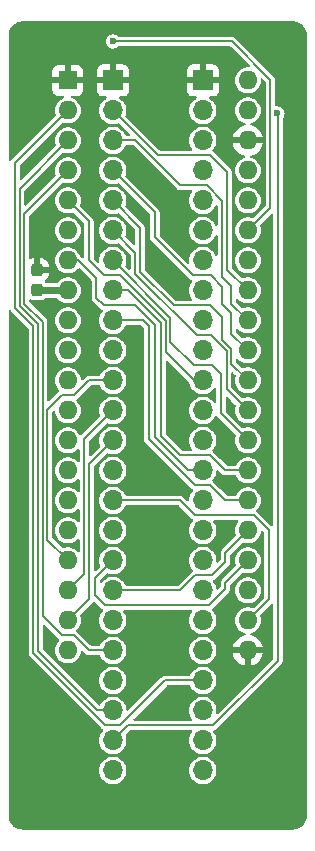
<source format=gbr>
G04 #@! TF.GenerationSoftware,KiCad,Pcbnew,8.0.4+dfsg-1*
G04 #@! TF.CreationDate,2025-02-23T14:42:36+09:00*
G04 #@! TF.ProjectId,bionic-mc6802,62696f6e-6963-42d6-9d63-363830322e6b,5*
G04 #@! TF.SameCoordinates,Original*
G04 #@! TF.FileFunction,Copper,L2,Bot*
G04 #@! TF.FilePolarity,Positive*
%FSLAX46Y46*%
G04 Gerber Fmt 4.6, Leading zero omitted, Abs format (unit mm)*
G04 Created by KiCad (PCBNEW 8.0.4+dfsg-1) date 2025-02-23 14:42:36*
%MOMM*%
%LPD*%
G01*
G04 APERTURE LIST*
G04 Aperture macros list*
%AMRoundRect*
0 Rectangle with rounded corners*
0 $1 Rounding radius*
0 $2 $3 $4 $5 $6 $7 $8 $9 X,Y pos of 4 corners*
0 Add a 4 corners polygon primitive as box body*
4,1,4,$2,$3,$4,$5,$6,$7,$8,$9,$2,$3,0*
0 Add four circle primitives for the rounded corners*
1,1,$1+$1,$2,$3*
1,1,$1+$1,$4,$5*
1,1,$1+$1,$6,$7*
1,1,$1+$1,$8,$9*
0 Add four rect primitives between the rounded corners*
20,1,$1+$1,$2,$3,$4,$5,0*
20,1,$1+$1,$4,$5,$6,$7,0*
20,1,$1+$1,$6,$7,$8,$9,0*
20,1,$1+$1,$8,$9,$2,$3,0*%
G04 Aperture macros list end*
G04 #@! TA.AperFunction,ComponentPad*
%ADD10R,1.600000X1.600000*%
G04 #@! TD*
G04 #@! TA.AperFunction,ComponentPad*
%ADD11O,1.600000X1.600000*%
G04 #@! TD*
G04 #@! TA.AperFunction,ComponentPad*
%ADD12O,1.700000X1.700000*%
G04 #@! TD*
G04 #@! TA.AperFunction,ComponentPad*
%ADD13R,1.700000X1.700000*%
G04 #@! TD*
G04 #@! TA.AperFunction,SMDPad,CuDef*
%ADD14RoundRect,0.237500X0.237500X-0.300000X0.237500X0.300000X-0.237500X0.300000X-0.237500X-0.300000X0*%
G04 #@! TD*
G04 #@! TA.AperFunction,ViaPad*
%ADD15C,0.600000*%
G04 #@! TD*
G04 #@! TA.AperFunction,Conductor*
%ADD16C,0.200000*%
G04 #@! TD*
G04 #@! TA.AperFunction,Conductor*
%ADD17C,0.600000*%
G04 #@! TD*
G04 #@! TA.AperFunction,Conductor*
%ADD18C,0.800000*%
G04 #@! TD*
G04 APERTURE END LIST*
D10*
X106080000Y-75080000D03*
D11*
X106080000Y-77620000D03*
X106080000Y-80160000D03*
X106080000Y-82700000D03*
X106080000Y-85240000D03*
X106080000Y-87780000D03*
X106080000Y-90320000D03*
X106080000Y-92860000D03*
X106080000Y-95400000D03*
X106080000Y-97940000D03*
X106080000Y-100480000D03*
X106080000Y-103020000D03*
X106080000Y-105560000D03*
X106080000Y-108100000D03*
X106080000Y-110640000D03*
X106080000Y-113180000D03*
X106080000Y-115720000D03*
X106080000Y-118260000D03*
X106080000Y-120800000D03*
X106080000Y-123340000D03*
X121320000Y-123340000D03*
X121320000Y-120800000D03*
X121320000Y-118260000D03*
X121320000Y-115720000D03*
X121320000Y-113180000D03*
X121320000Y-110640000D03*
X121320000Y-108100000D03*
X121320000Y-105560000D03*
X121320000Y-103020000D03*
X121320000Y-100480000D03*
X121320000Y-97940000D03*
X121320000Y-95400000D03*
X121320000Y-92860000D03*
X121320000Y-90320000D03*
X121320000Y-87780000D03*
X121320000Y-85240000D03*
X121320000Y-82700000D03*
X121320000Y-80160000D03*
X121320000Y-77620000D03*
X121320000Y-75080000D03*
D12*
X117510000Y-133500000D03*
X117510000Y-130960000D03*
X117510000Y-128420000D03*
X117510000Y-125880000D03*
X117510000Y-123340000D03*
X117510000Y-120800000D03*
X117510000Y-118260000D03*
X117510000Y-115720000D03*
X117510000Y-113180000D03*
X117510000Y-110640000D03*
X117510000Y-108100000D03*
X117510000Y-105560000D03*
X117510000Y-103020000D03*
X117510000Y-100480000D03*
X117510000Y-97940000D03*
X117510000Y-95400000D03*
X117510000Y-92860000D03*
X117510000Y-90320000D03*
X117510000Y-87780000D03*
X117510000Y-85240000D03*
X117510000Y-82700000D03*
X117510000Y-80160000D03*
X117510000Y-77620000D03*
D13*
X117510000Y-75080000D03*
X109890000Y-75080000D03*
D12*
X109890000Y-77620000D03*
X109890000Y-80160000D03*
X109890000Y-82700000D03*
X109890000Y-85240000D03*
X109890000Y-87780000D03*
X109890000Y-90320000D03*
X109890000Y-92860000D03*
X109890000Y-95400000D03*
X109890000Y-97940000D03*
X109890000Y-100480000D03*
X109890000Y-103020000D03*
X109890000Y-105560000D03*
X109890000Y-108100000D03*
X109890000Y-110640000D03*
X109890000Y-113180000D03*
X109890000Y-115720000D03*
X109890000Y-118260000D03*
X109890000Y-120800000D03*
X109890000Y-123340000D03*
X109890000Y-125880000D03*
X109890000Y-128420000D03*
X109890000Y-130960000D03*
X109890000Y-133500000D03*
D14*
X103489200Y-92857800D03*
X103489200Y-91132800D03*
D15*
X109890000Y-71778000D03*
X103413000Y-89304000D03*
X111922000Y-96670000D03*
X106080000Y-128420000D03*
X121574000Y-130960000D03*
X101635000Y-95908000D03*
X115478000Y-104036000D03*
X115097000Y-88923000D03*
X114081000Y-113815000D03*
X113700000Y-122578000D03*
X102397000Y-71397000D03*
X103540000Y-133119000D03*
X113700000Y-132357000D03*
X114335000Y-85875000D03*
X124241000Y-72286000D03*
X113446000Y-109624000D03*
X123825000Y-77874000D03*
D16*
X106080000Y-80160000D02*
X101997000Y-84243000D01*
X101997000Y-84243000D02*
X101997000Y-94168686D01*
X103559000Y-95730687D02*
X103559000Y-123428314D01*
X101997000Y-94168686D02*
X103559000Y-95730687D01*
X103559000Y-123428314D02*
X108550686Y-128420000D01*
X108550686Y-128420000D02*
X109890000Y-128420000D01*
X106080000Y-77620000D02*
X101597000Y-82103000D01*
X101597000Y-94334372D02*
X103159000Y-95896372D01*
X101597000Y-82103000D02*
X101597000Y-94334372D01*
X103159000Y-95896372D02*
X103159000Y-123594000D01*
X103159000Y-123594000D02*
X109255000Y-129690000D01*
X109255000Y-129690000D02*
X110507200Y-129690000D01*
X110507200Y-129690000D02*
X114317200Y-125880000D01*
X114317200Y-125880000D02*
X117510000Y-125880000D01*
X109890000Y-82700000D02*
X113446000Y-86256000D01*
X119161000Y-94003000D02*
X119923000Y-94765000D01*
X113446000Y-86256000D02*
X113446000Y-88374529D01*
X113446000Y-88374529D02*
X116661471Y-91590000D01*
X116661471Y-91590000D02*
X118208500Y-91590000D01*
X118208500Y-91590000D02*
X119161000Y-92542500D01*
X119161000Y-92542500D02*
X119161000Y-94003000D01*
X119923000Y-94765000D02*
X119923000Y-96543000D01*
X119923000Y-96543000D02*
X121320000Y-97940000D01*
X109890000Y-80160000D02*
X111795000Y-80160000D01*
X111795000Y-80160000D02*
X115605000Y-83970000D01*
X115605000Y-83970000D02*
X117866346Y-83970000D01*
X117866346Y-83970000D02*
X119161000Y-85264654D01*
X119161000Y-85264654D02*
X119161000Y-91717000D01*
X119161000Y-91717000D02*
X119923000Y-92479000D01*
X119923000Y-92479000D02*
X119923000Y-94003000D01*
X119923000Y-94003000D02*
X121320000Y-95400000D01*
X121320000Y-92860000D02*
X119561000Y-91101000D01*
X119561000Y-91101000D02*
X119561000Y-82846000D01*
X119561000Y-82846000D02*
X118145000Y-81430000D01*
X118145000Y-81430000D02*
X113700000Y-81430000D01*
X113700000Y-81430000D02*
X109890000Y-77620000D01*
X120002317Y-71778000D02*
X116240000Y-71778000D01*
D17*
X106080000Y-92860000D02*
X103491400Y-92860000D01*
D16*
X116462365Y-71778000D02*
X109890000Y-71778000D01*
X121320000Y-87780000D02*
X123225000Y-85875000D01*
X123225000Y-85875000D02*
X123225000Y-75000683D01*
X123225000Y-75000683D02*
X120002317Y-71778000D01*
D18*
X103491400Y-92860000D02*
X103489200Y-92857800D01*
D16*
X121320000Y-80160000D02*
X119288000Y-80160000D01*
X121320000Y-80160000D02*
X122717000Y-80160000D01*
X118373600Y-129690000D02*
X111160000Y-129690000D01*
X123825000Y-77874000D02*
X123860000Y-77909000D01*
X111160000Y-129690000D02*
X109890000Y-130960000D01*
X123860000Y-124203600D02*
X118373600Y-129690000D01*
X123860000Y-77909000D02*
X123860000Y-124203600D01*
X123098000Y-113180000D02*
X121828000Y-111910000D01*
X116875000Y-111910000D02*
X115605000Y-110640000D01*
X121828000Y-111910000D02*
X116875000Y-111910000D01*
X115605000Y-110640000D02*
X109890000Y-110640000D01*
X121320000Y-120800000D02*
X123098000Y-119022000D01*
X123098000Y-119022000D02*
X123098000Y-113180000D01*
X112430000Y-95400000D02*
X112938000Y-95908000D01*
X118145000Y-109370000D02*
X119415000Y-110640000D01*
X109890000Y-95400000D02*
X112430000Y-95400000D01*
X112938000Y-95908000D02*
X112938000Y-105433000D01*
X112938000Y-105433000D02*
X116875000Y-109370000D01*
X116875000Y-109370000D02*
X118145000Y-109370000D01*
X119415000Y-110640000D02*
X121320000Y-110640000D01*
X108366000Y-118641000D02*
X109255000Y-119530000D01*
X119415000Y-118133000D02*
X119415000Y-117625000D01*
X109890000Y-115720000D02*
X108366000Y-117244000D01*
X108366000Y-117244000D02*
X108366000Y-118641000D01*
X109255000Y-119530000D02*
X118018000Y-119530000D01*
X118018000Y-119530000D02*
X119415000Y-118133000D01*
X119415000Y-117625000D02*
X121320000Y-115720000D01*
X113954000Y-105179000D02*
X115605000Y-106830000D01*
X115605000Y-106830000D02*
X118145000Y-106830000D01*
X111160000Y-92860000D02*
X113954000Y-95654000D01*
X113954000Y-95654000D02*
X113954000Y-105179000D01*
X118145000Y-106830000D02*
X119415000Y-108100000D01*
X109890000Y-92860000D02*
X111160000Y-92860000D01*
X119415000Y-108100000D02*
X121320000Y-108100000D01*
X121320000Y-105560000D02*
X119034000Y-103274000D01*
X116749500Y-99211500D02*
X114754000Y-97216000D01*
X114754000Y-97216000D02*
X114754000Y-95184000D01*
X119034000Y-99972000D02*
X118273500Y-99211500D01*
X118273500Y-99211500D02*
X116749500Y-99211500D01*
X119034000Y-103274000D02*
X119034000Y-99972000D01*
X114754000Y-95184000D02*
X109890000Y-90320000D01*
X117510000Y-100480000D02*
X116748000Y-100480000D01*
X114354000Y-98086000D02*
X114354000Y-95419000D01*
X116748000Y-100480000D02*
X114354000Y-98086000D01*
X109128000Y-91590000D02*
X107858000Y-90320000D01*
X107858000Y-90320000D02*
X107858000Y-87018000D01*
X114354000Y-95419000D02*
X110525000Y-91590000D01*
X110525000Y-91590000D02*
X109128000Y-91590000D01*
X107858000Y-87018000D02*
X106080000Y-85240000D01*
X111795000Y-91463000D02*
X111795000Y-89685000D01*
X118214314Y-96670000D02*
X117002000Y-96670000D01*
X117002000Y-96670000D02*
X111795000Y-91463000D01*
X119523000Y-97978686D02*
X118214314Y-96670000D01*
X111795000Y-89685000D02*
X109890000Y-87780000D01*
X121320000Y-103020000D02*
X119523000Y-101223000D01*
X119523000Y-101223000D02*
X119523000Y-97978686D01*
X119142000Y-97032000D02*
X119923000Y-97813000D01*
X112195000Y-91297314D02*
X115029186Y-94131500D01*
X118146500Y-94131500D02*
X119142000Y-95127000D01*
X119923000Y-99083000D02*
X121320000Y-100480000D01*
X109890000Y-85240000D02*
X112195000Y-87545000D01*
X119923000Y-97813000D02*
X119923000Y-99083000D01*
X115029186Y-94131500D02*
X118146500Y-94131500D01*
X112195000Y-87545000D02*
X112195000Y-91297314D01*
X119142000Y-95127000D02*
X119142000Y-97032000D01*
X107877000Y-119003000D02*
X106080000Y-120800000D01*
X109890000Y-105560000D02*
X107877000Y-107573000D01*
X107877000Y-107573000D02*
X107877000Y-119003000D01*
X107477000Y-105433000D02*
X107477000Y-116863000D01*
X109890000Y-103020000D02*
X107477000Y-105433000D01*
X107477000Y-116863000D02*
X106080000Y-118260000D01*
X104359000Y-113999000D02*
X106080000Y-115720000D01*
X105572000Y-101750000D02*
X104359000Y-102963000D01*
X109890000Y-100480000D02*
X107858000Y-100480000D01*
X107858000Y-100480000D02*
X106588000Y-101750000D01*
X106588000Y-101750000D02*
X105572000Y-101750000D01*
X104359000Y-102963000D02*
X104359000Y-113999000D01*
X113446000Y-105306000D02*
X116240000Y-108100000D01*
X108493000Y-93495000D02*
X109128000Y-94130000D01*
X108493000Y-91844000D02*
X108493000Y-93495000D01*
X106080000Y-90320000D02*
X106969000Y-90320000D01*
X111795000Y-94130000D02*
X113446000Y-95781000D01*
X116240000Y-108100000D02*
X117510000Y-108100000D01*
X109128000Y-94130000D02*
X111795000Y-94130000D01*
X106969000Y-90320000D02*
X108493000Y-91844000D01*
X113446000Y-95781000D02*
X113446000Y-105306000D01*
X119415000Y-115847000D02*
X119415000Y-115085000D01*
X119415000Y-115085000D02*
X121320000Y-113180000D01*
X118272000Y-116990000D02*
X119415000Y-115847000D01*
X115605000Y-118260000D02*
X116875000Y-116990000D01*
X109890000Y-118260000D02*
X115605000Y-118260000D01*
X116875000Y-116990000D02*
X118272000Y-116990000D01*
X105572000Y-122070000D02*
X103959000Y-120457000D01*
X103959000Y-120457000D02*
X103959000Y-95565001D01*
X103959000Y-95565001D02*
X102397000Y-94003000D01*
X109890000Y-123340000D02*
X107858000Y-123340000D01*
X106588000Y-122070000D02*
X105572000Y-122070000D01*
X102397000Y-86383000D02*
X106080000Y-82700000D01*
X107858000Y-123340000D02*
X106588000Y-122070000D01*
X102397000Y-94003000D02*
X102397000Y-86383000D01*
G04 #@! TA.AperFunction,Conductor*
G36*
X125133875Y-70075805D02*
G01*
X125309097Y-70089594D01*
X125324430Y-70092023D01*
X125491550Y-70132145D01*
X125506317Y-70136943D01*
X125665104Y-70202715D01*
X125678926Y-70209758D01*
X125825469Y-70299560D01*
X125838032Y-70308688D01*
X125968717Y-70420303D01*
X125979699Y-70431285D01*
X126091311Y-70561967D01*
X126100440Y-70574532D01*
X126190238Y-70721068D01*
X126197287Y-70734902D01*
X126263054Y-70893678D01*
X126267855Y-70908453D01*
X126307975Y-71075564D01*
X126310405Y-71090907D01*
X126318437Y-71192956D01*
X126323198Y-71253462D01*
X126324195Y-71266123D01*
X126324500Y-71273891D01*
X126324500Y-137306108D01*
X126324195Y-137313876D01*
X126310405Y-137489092D01*
X126307975Y-137504435D01*
X126267855Y-137671546D01*
X126263054Y-137686321D01*
X126197287Y-137845097D01*
X126190234Y-137858939D01*
X126100442Y-138005465D01*
X126091311Y-138018032D01*
X125979699Y-138148714D01*
X125968714Y-138159699D01*
X125838032Y-138271311D01*
X125825465Y-138280442D01*
X125678939Y-138370234D01*
X125665097Y-138377287D01*
X125506321Y-138443054D01*
X125491546Y-138447855D01*
X125324435Y-138487975D01*
X125309092Y-138490405D01*
X125149743Y-138502946D01*
X125133874Y-138504195D01*
X125126108Y-138504500D01*
X102273892Y-138504500D01*
X102266125Y-138504195D01*
X102247014Y-138502691D01*
X102090907Y-138490405D01*
X102075564Y-138487975D01*
X101908453Y-138447855D01*
X101893678Y-138443054D01*
X101734902Y-138377287D01*
X101721068Y-138370238D01*
X101574532Y-138280440D01*
X101561967Y-138271311D01*
X101462706Y-138186535D01*
X101431282Y-138159696D01*
X101420303Y-138148717D01*
X101308688Y-138018032D01*
X101299560Y-138005469D01*
X101209758Y-137858926D01*
X101202715Y-137845104D01*
X101136943Y-137686317D01*
X101132144Y-137671546D01*
X101092024Y-137504435D01*
X101089594Y-137489097D01*
X101075805Y-137313875D01*
X101075500Y-137306108D01*
X101075500Y-133500000D01*
X108734571Y-133500000D01*
X108754244Y-133712310D01*
X108812595Y-133917389D01*
X108907634Y-134108255D01*
X109036128Y-134278407D01*
X109036135Y-134278413D01*
X109193692Y-134422047D01*
X109193699Y-134422053D01*
X109297389Y-134486255D01*
X109374981Y-134534298D01*
X109573802Y-134611321D01*
X109783390Y-134650500D01*
X109996610Y-134650500D01*
X110206198Y-134611321D01*
X110405019Y-134534298D01*
X110586302Y-134422052D01*
X110743872Y-134278407D01*
X110872366Y-134108255D01*
X110967405Y-133917389D01*
X111025756Y-133712310D01*
X111045429Y-133500000D01*
X116354571Y-133500000D01*
X116374244Y-133712310D01*
X116432595Y-133917389D01*
X116527634Y-134108255D01*
X116656128Y-134278407D01*
X116656135Y-134278413D01*
X116813692Y-134422047D01*
X116813699Y-134422053D01*
X116917389Y-134486255D01*
X116994981Y-134534298D01*
X117193802Y-134611321D01*
X117403390Y-134650500D01*
X117616610Y-134650500D01*
X117826198Y-134611321D01*
X118025019Y-134534298D01*
X118206302Y-134422052D01*
X118363872Y-134278407D01*
X118492366Y-134108255D01*
X118587405Y-133917389D01*
X118645756Y-133712310D01*
X118665429Y-133500000D01*
X118645756Y-133287690D01*
X118587405Y-133082611D01*
X118492366Y-132891745D01*
X118363872Y-132721593D01*
X118309623Y-132672139D01*
X118206307Y-132577952D01*
X118206300Y-132577946D01*
X118025024Y-132465705D01*
X118025019Y-132465702D01*
X117826195Y-132388678D01*
X117616610Y-132349500D01*
X117403390Y-132349500D01*
X117193804Y-132388678D01*
X116994980Y-132465702D01*
X116994975Y-132465705D01*
X116813699Y-132577946D01*
X116813692Y-132577952D01*
X116656135Y-132721586D01*
X116656131Y-132721589D01*
X116656128Y-132721593D01*
X116656125Y-132721597D01*
X116527635Y-132891743D01*
X116527630Y-132891752D01*
X116432596Y-133082608D01*
X116374244Y-133287688D01*
X116374244Y-133287690D01*
X116354571Y-133500000D01*
X111045429Y-133500000D01*
X111025756Y-133287690D01*
X110967405Y-133082611D01*
X110872366Y-132891745D01*
X110743872Y-132721593D01*
X110689623Y-132672139D01*
X110586307Y-132577952D01*
X110586300Y-132577946D01*
X110405024Y-132465705D01*
X110405019Y-132465702D01*
X110206195Y-132388678D01*
X109996610Y-132349500D01*
X109783390Y-132349500D01*
X109573804Y-132388678D01*
X109374980Y-132465702D01*
X109374975Y-132465705D01*
X109193699Y-132577946D01*
X109193692Y-132577952D01*
X109036135Y-132721586D01*
X109036131Y-132721589D01*
X109036128Y-132721593D01*
X109036125Y-132721597D01*
X108907635Y-132891743D01*
X108907630Y-132891752D01*
X108812596Y-133082608D01*
X108754244Y-133287688D01*
X108754244Y-133287690D01*
X108734571Y-133500000D01*
X101075500Y-133500000D01*
X101075500Y-94601581D01*
X101094407Y-94543390D01*
X101143907Y-94507426D01*
X101205093Y-94507426D01*
X101254593Y-94543390D01*
X101260235Y-94552079D01*
X101276520Y-94580285D01*
X102019452Y-95323216D01*
X102729504Y-96033268D01*
X102757281Y-96087785D01*
X102758500Y-96103272D01*
X102758500Y-123541273D01*
X102758500Y-123646727D01*
X102762078Y-123660080D01*
X102785794Y-123748592D01*
X102838516Y-123839908D01*
X102838518Y-123839910D01*
X102838520Y-123839913D01*
X109009087Y-130010480D01*
X109009089Y-130010481D01*
X109023316Y-130018695D01*
X109064257Y-130064164D01*
X109070654Y-130125014D01*
X109040521Y-130177587D01*
X109036130Y-130181590D01*
X109036128Y-130181592D01*
X108907640Y-130351736D01*
X108907630Y-130351752D01*
X108812596Y-130542608D01*
X108754244Y-130747688D01*
X108754244Y-130747690D01*
X108734571Y-130960000D01*
X108754244Y-131172310D01*
X108812595Y-131377389D01*
X108907634Y-131568255D01*
X109036128Y-131738407D01*
X109036135Y-131738413D01*
X109193692Y-131882047D01*
X109193699Y-131882053D01*
X109297389Y-131946255D01*
X109374981Y-131994298D01*
X109573802Y-132071321D01*
X109783390Y-132110500D01*
X109996610Y-132110500D01*
X110206198Y-132071321D01*
X110405019Y-131994298D01*
X110586302Y-131882052D01*
X110743872Y-131738407D01*
X110872366Y-131568255D01*
X110967405Y-131377389D01*
X111025756Y-131172310D01*
X111045429Y-130960000D01*
X111025756Y-130747690D01*
X110967405Y-130542611D01*
X110967401Y-130542604D01*
X110965752Y-130538344D01*
X110967129Y-130537810D01*
X110959021Y-130483350D01*
X110986649Y-130429742D01*
X111296897Y-130119496D01*
X111351413Y-130091719D01*
X111366900Y-130090500D01*
X116526099Y-130090500D01*
X116584290Y-130109407D01*
X116620254Y-130158907D01*
X116620254Y-130220093D01*
X116605103Y-130249161D01*
X116527635Y-130351743D01*
X116527630Y-130351752D01*
X116432596Y-130542608D01*
X116374244Y-130747688D01*
X116374244Y-130747690D01*
X116354571Y-130960000D01*
X116374244Y-131172310D01*
X116432595Y-131377389D01*
X116527634Y-131568255D01*
X116656128Y-131738407D01*
X116656135Y-131738413D01*
X116813692Y-131882047D01*
X116813699Y-131882053D01*
X116917389Y-131946255D01*
X116994981Y-131994298D01*
X117193802Y-132071321D01*
X117403390Y-132110500D01*
X117616610Y-132110500D01*
X117826198Y-132071321D01*
X118025019Y-131994298D01*
X118206302Y-131882052D01*
X118363872Y-131738407D01*
X118492366Y-131568255D01*
X118587405Y-131377389D01*
X118645756Y-131172310D01*
X118665429Y-130960000D01*
X118645756Y-130747690D01*
X118587405Y-130542611D01*
X118492366Y-130351745D01*
X118405717Y-130237005D01*
X118385739Y-130179175D01*
X118403568Y-130120644D01*
X118452394Y-130083772D01*
X118459082Y-130081723D01*
X118528188Y-130063207D01*
X118619513Y-130010480D01*
X124180480Y-124449513D01*
X124223906Y-124374298D01*
X124233205Y-124358192D01*
X124233205Y-124358190D01*
X124233207Y-124358188D01*
X124260500Y-124256327D01*
X124260500Y-124150873D01*
X124260500Y-78326480D01*
X124279407Y-78268289D01*
X124280913Y-78266272D01*
X124349536Y-78176841D01*
X124410044Y-78030762D01*
X124430682Y-77874000D01*
X124410044Y-77717238D01*
X124349537Y-77571161D01*
X124349537Y-77571160D01*
X124253286Y-77445723D01*
X124253285Y-77445722D01*
X124253282Y-77445718D01*
X124253277Y-77445714D01*
X124253276Y-77445713D01*
X124127838Y-77349462D01*
X123981766Y-77288957D01*
X123981758Y-77288955D01*
X123825001Y-77268318D01*
X123824998Y-77268318D01*
X123737421Y-77279847D01*
X123677261Y-77268697D01*
X123635144Y-77224314D01*
X123625500Y-77181694D01*
X123625500Y-74947957D01*
X123625500Y-74947956D01*
X123598207Y-74846095D01*
X123598205Y-74846092D01*
X123598205Y-74846090D01*
X123545483Y-74754774D01*
X123545481Y-74754772D01*
X123545480Y-74754770D01*
X120248230Y-71457520D01*
X120248227Y-71457518D01*
X120248225Y-71457516D01*
X120156908Y-71404794D01*
X120156910Y-71404794D01*
X120117387Y-71394204D01*
X120055044Y-71377500D01*
X120055042Y-71377500D01*
X110387071Y-71377500D01*
X110328880Y-71358593D01*
X110320312Y-71351276D01*
X110209339Y-71266124D01*
X110192841Y-71253464D01*
X110192840Y-71253463D01*
X110192838Y-71253462D01*
X110046766Y-71192957D01*
X110046758Y-71192955D01*
X109890001Y-71172318D01*
X109889999Y-71172318D01*
X109733241Y-71192955D01*
X109733233Y-71192957D01*
X109587161Y-71253462D01*
X109587160Y-71253462D01*
X109461723Y-71349713D01*
X109461713Y-71349723D01*
X109365462Y-71475160D01*
X109365462Y-71475161D01*
X109304957Y-71621233D01*
X109304955Y-71621241D01*
X109284318Y-71777999D01*
X109284318Y-71778000D01*
X109304955Y-71934758D01*
X109304957Y-71934766D01*
X109365462Y-72080838D01*
X109365462Y-72080839D01*
X109461713Y-72206276D01*
X109461718Y-72206282D01*
X109587159Y-72302536D01*
X109733238Y-72363044D01*
X109850809Y-72378522D01*
X109889999Y-72383682D01*
X109890000Y-72383682D01*
X109890001Y-72383682D01*
X109921352Y-72379554D01*
X110046762Y-72363044D01*
X110192841Y-72302536D01*
X110318282Y-72206282D01*
X110318281Y-72206282D01*
X110323430Y-72202332D01*
X110324490Y-72203713D01*
X110371584Y-72179719D01*
X110387071Y-72178500D01*
X116187273Y-72178500D01*
X119795416Y-72178500D01*
X119853607Y-72197407D01*
X119865420Y-72207496D01*
X121468420Y-73810496D01*
X121496197Y-73865013D01*
X121486626Y-73925445D01*
X121443361Y-73968710D01*
X121398416Y-73979500D01*
X121218024Y-73979500D01*
X121017546Y-74016975D01*
X120963509Y-74037909D01*
X120827363Y-74090652D01*
X120679548Y-74182175D01*
X120653959Y-74198019D01*
X120503237Y-74335420D01*
X120380328Y-74498177D01*
X120380323Y-74498186D01*
X120289791Y-74680000D01*
X120289418Y-74680750D01*
X120233603Y-74876917D01*
X120214785Y-75080000D01*
X120233603Y-75283083D01*
X120289418Y-75479250D01*
X120380327Y-75661821D01*
X120503236Y-75824579D01*
X120653959Y-75961981D01*
X120827363Y-76069348D01*
X121017544Y-76143024D01*
X121218024Y-76180500D01*
X121421976Y-76180500D01*
X121622456Y-76143024D01*
X121812637Y-76069348D01*
X121986041Y-75961981D01*
X122136764Y-75824579D01*
X122259673Y-75661821D01*
X122350582Y-75479250D01*
X122406397Y-75283083D01*
X122425215Y-75080000D01*
X122418577Y-75008370D01*
X122432034Y-74948687D01*
X122478005Y-74908309D01*
X122538929Y-74902663D01*
X122587159Y-74929235D01*
X122795504Y-75137580D01*
X122823281Y-75192097D01*
X122824500Y-75207584D01*
X122824500Y-85668098D01*
X122805593Y-85726289D01*
X122795504Y-85738102D01*
X121808025Y-86725580D01*
X121753508Y-86753357D01*
X121702259Y-86747891D01*
X121622460Y-86716977D01*
X121622447Y-86716974D01*
X121421976Y-86679500D01*
X121218024Y-86679500D01*
X121017546Y-86716975D01*
X121017541Y-86716977D01*
X120827363Y-86790652D01*
X120653959Y-86898019D01*
X120503236Y-87035421D01*
X120470543Y-87078714D01*
X120380328Y-87198177D01*
X120380323Y-87198186D01*
X120298450Y-87362611D01*
X120289418Y-87380750D01*
X120233603Y-87576917D01*
X120214785Y-87780000D01*
X120233603Y-87983083D01*
X120289418Y-88179250D01*
X120380327Y-88361821D01*
X120503236Y-88524579D01*
X120653959Y-88661981D01*
X120827363Y-88769348D01*
X121017544Y-88843024D01*
X121218024Y-88880500D01*
X121421976Y-88880500D01*
X121622456Y-88843024D01*
X121812637Y-88769348D01*
X121986041Y-88661981D01*
X122136764Y-88524579D01*
X122259673Y-88361821D01*
X122350582Y-88179250D01*
X122406397Y-87983083D01*
X122425215Y-87780000D01*
X122406397Y-87576917D01*
X122352118Y-87386148D01*
X122354379Y-87325010D01*
X122377333Y-87289058D01*
X123290497Y-86375895D01*
X123345013Y-86348119D01*
X123405445Y-86357690D01*
X123448710Y-86400955D01*
X123459500Y-86445900D01*
X123459500Y-112736100D01*
X123440593Y-112794291D01*
X123391093Y-112830255D01*
X123329907Y-112830255D01*
X123290498Y-112806105D01*
X122073913Y-111589520D01*
X122073910Y-111589518D01*
X122069991Y-111585599D01*
X122042214Y-111531082D01*
X122051785Y-111470650D01*
X122073297Y-111442436D01*
X122136764Y-111384579D01*
X122259673Y-111221821D01*
X122350582Y-111039250D01*
X122406397Y-110843083D01*
X122425215Y-110640000D01*
X122406397Y-110436917D01*
X122350582Y-110240750D01*
X122259673Y-110058179D01*
X122136764Y-109895421D01*
X121986041Y-109758019D01*
X121812637Y-109650652D01*
X121622456Y-109576976D01*
X121622455Y-109576975D01*
X121622453Y-109576975D01*
X121421976Y-109539500D01*
X121218024Y-109539500D01*
X121017546Y-109576975D01*
X120947632Y-109604059D01*
X120827363Y-109650652D01*
X120653959Y-109758019D01*
X120503236Y-109895421D01*
X120502613Y-109896246D01*
X120380328Y-110058177D01*
X120380323Y-110058186D01*
X120317363Y-110184628D01*
X120274500Y-110228291D01*
X120228742Y-110239500D01*
X119621901Y-110239500D01*
X119563710Y-110220593D01*
X119551897Y-110210504D01*
X118992045Y-109650652D01*
X118390913Y-109049520D01*
X118390910Y-109049518D01*
X118376680Y-109041302D01*
X118335739Y-108995831D01*
X118329345Y-108934981D01*
X118359489Y-108882401D01*
X118363872Y-108878407D01*
X118492366Y-108708255D01*
X118587405Y-108517389D01*
X118645756Y-108312310D01*
X118661505Y-108142346D01*
X118685700Y-108086151D01*
X118738307Y-108054907D01*
X118799231Y-108060553D01*
X118830085Y-108081479D01*
X119169086Y-108420479D01*
X119169091Y-108420483D01*
X119260408Y-108473205D01*
X119260406Y-108473205D01*
X119260410Y-108473206D01*
X119260412Y-108473207D01*
X119362273Y-108500500D01*
X120228742Y-108500500D01*
X120286933Y-108519407D01*
X120317362Y-108555371D01*
X120380327Y-108681821D01*
X120503236Y-108844579D01*
X120653959Y-108981981D01*
X120827363Y-109089348D01*
X121017544Y-109163024D01*
X121218024Y-109200500D01*
X121421976Y-109200500D01*
X121622456Y-109163024D01*
X121812637Y-109089348D01*
X121986041Y-108981981D01*
X122136764Y-108844579D01*
X122259673Y-108681821D01*
X122350582Y-108499250D01*
X122406397Y-108303083D01*
X122425215Y-108100000D01*
X122406397Y-107896917D01*
X122350582Y-107700750D01*
X122259673Y-107518179D01*
X122136764Y-107355421D01*
X121986041Y-107218019D01*
X121812637Y-107110652D01*
X121622456Y-107036976D01*
X121622455Y-107036975D01*
X121622453Y-107036975D01*
X121421976Y-106999500D01*
X121218024Y-106999500D01*
X121017546Y-107036975D01*
X120947632Y-107064059D01*
X120827363Y-107110652D01*
X120718676Y-107177948D01*
X120653959Y-107218019D01*
X120514682Y-107344987D01*
X120503236Y-107355421D01*
X120502613Y-107356246D01*
X120380328Y-107518177D01*
X120380323Y-107518186D01*
X120317363Y-107644628D01*
X120274500Y-107688291D01*
X120228742Y-107699500D01*
X119621901Y-107699500D01*
X119563710Y-107680593D01*
X119551897Y-107670504D01*
X118992045Y-107110652D01*
X118390913Y-106509520D01*
X118390910Y-106509518D01*
X118376680Y-106501302D01*
X118335739Y-106455831D01*
X118329345Y-106394981D01*
X118359489Y-106342401D01*
X118363872Y-106338407D01*
X118492366Y-106168255D01*
X118587405Y-105977389D01*
X118645756Y-105772310D01*
X118665429Y-105560000D01*
X118645756Y-105347690D01*
X118587405Y-105142611D01*
X118492366Y-104951745D01*
X118363872Y-104781593D01*
X118309623Y-104732139D01*
X118206307Y-104637952D01*
X118206300Y-104637946D01*
X118025024Y-104525705D01*
X118025019Y-104525702D01*
X117826195Y-104448678D01*
X117616610Y-104409500D01*
X117403390Y-104409500D01*
X117193804Y-104448678D01*
X116994980Y-104525702D01*
X116994975Y-104525705D01*
X116813699Y-104637946D01*
X116813692Y-104637952D01*
X116656135Y-104781586D01*
X116656131Y-104781589D01*
X116656128Y-104781593D01*
X116656125Y-104781597D01*
X116527635Y-104951743D01*
X116527630Y-104951752D01*
X116432596Y-105142608D01*
X116374244Y-105347688D01*
X116374244Y-105347690D01*
X116354571Y-105560000D01*
X116374244Y-105772310D01*
X116432595Y-105977389D01*
X116527634Y-106168255D01*
X116602386Y-106267242D01*
X116605103Y-106270839D01*
X116625082Y-106328670D01*
X116607253Y-106387201D01*
X116558427Y-106424073D01*
X116526099Y-106429500D01*
X115811900Y-106429500D01*
X115753709Y-106410593D01*
X115741896Y-106400504D01*
X114383496Y-105042103D01*
X114355719Y-104987586D01*
X114354500Y-104972099D01*
X114354500Y-98891901D01*
X114373407Y-98833710D01*
X114422907Y-98797746D01*
X114484093Y-98797746D01*
X114523504Y-98821897D01*
X116348240Y-100646633D01*
X116373457Y-100689544D01*
X116374243Y-100692309D01*
X116374244Y-100692310D01*
X116432595Y-100897389D01*
X116527634Y-101088255D01*
X116656128Y-101258407D01*
X116656135Y-101258413D01*
X116813692Y-101402047D01*
X116813699Y-101402053D01*
X116858060Y-101429520D01*
X116994981Y-101514298D01*
X117193802Y-101591321D01*
X117403390Y-101630500D01*
X117616610Y-101630500D01*
X117826198Y-101591321D01*
X118025019Y-101514298D01*
X118206302Y-101402052D01*
X118363872Y-101258407D01*
X118455498Y-101137075D01*
X118505653Y-101102034D01*
X118566827Y-101103165D01*
X118615654Y-101140037D01*
X118633500Y-101196738D01*
X118633500Y-102303261D01*
X118614593Y-102361452D01*
X118565093Y-102397416D01*
X118503907Y-102397416D01*
X118455497Y-102362922D01*
X118363880Y-102241603D01*
X118363877Y-102241600D01*
X118363872Y-102241593D01*
X118271187Y-102157099D01*
X118206307Y-102097952D01*
X118206300Y-102097946D01*
X118025024Y-101985705D01*
X118025019Y-101985702D01*
X117826195Y-101908678D01*
X117616610Y-101869500D01*
X117403390Y-101869500D01*
X117193804Y-101908678D01*
X116994980Y-101985702D01*
X116994975Y-101985705D01*
X116813699Y-102097946D01*
X116813692Y-102097952D01*
X116656135Y-102241586D01*
X116656131Y-102241589D01*
X116656128Y-102241593D01*
X116656125Y-102241597D01*
X116527635Y-102411743D01*
X116527630Y-102411752D01*
X116432596Y-102602608D01*
X116374244Y-102807688D01*
X116374244Y-102807690D01*
X116354571Y-103020000D01*
X116374244Y-103232310D01*
X116432595Y-103437389D01*
X116527634Y-103628255D01*
X116656128Y-103798407D01*
X116656135Y-103798413D01*
X116813692Y-103942047D01*
X116813699Y-103942053D01*
X116917389Y-104006255D01*
X116994981Y-104054298D01*
X117193802Y-104131321D01*
X117403390Y-104170500D01*
X117616610Y-104170500D01*
X117826198Y-104131321D01*
X118025019Y-104054298D01*
X118206302Y-103942052D01*
X118363872Y-103798407D01*
X118492366Y-103628255D01*
X118541567Y-103529444D01*
X118584427Y-103485785D01*
X118644768Y-103475655D01*
X118699539Y-103502927D01*
X118709030Y-103515177D01*
X118709569Y-103514764D01*
X118713517Y-103519909D01*
X118713518Y-103519910D01*
X118713520Y-103519913D01*
X119603107Y-104409500D01*
X120262663Y-105069056D01*
X120290440Y-105123573D01*
X120287880Y-105166152D01*
X120233603Y-105356915D01*
X120233603Y-105356917D01*
X120214785Y-105560000D01*
X120233603Y-105763083D01*
X120289418Y-105959250D01*
X120380327Y-106141821D01*
X120503236Y-106304579D01*
X120653959Y-106441981D01*
X120827363Y-106549348D01*
X121017544Y-106623024D01*
X121218024Y-106660500D01*
X121421976Y-106660500D01*
X121622456Y-106623024D01*
X121812637Y-106549348D01*
X121986041Y-106441981D01*
X122136764Y-106304579D01*
X122259673Y-106141821D01*
X122350582Y-105959250D01*
X122406397Y-105763083D01*
X122425215Y-105560000D01*
X122406397Y-105356917D01*
X122350582Y-105160750D01*
X122259673Y-104978179D01*
X122136764Y-104815421D01*
X121986041Y-104678019D01*
X121812637Y-104570652D01*
X121622456Y-104496976D01*
X121622455Y-104496975D01*
X121622453Y-104496975D01*
X121421976Y-104459500D01*
X121218024Y-104459500D01*
X121017552Y-104496974D01*
X121017546Y-104496975D01*
X121017544Y-104496976D01*
X120951296Y-104522639D01*
X120937738Y-104527892D01*
X120876647Y-104531281D01*
X120831973Y-104505580D01*
X119463496Y-103137103D01*
X119435719Y-103082586D01*
X119434500Y-103067099D01*
X119434500Y-101939900D01*
X119453407Y-101881709D01*
X119502907Y-101845745D01*
X119564093Y-101845745D01*
X119603503Y-101869895D01*
X119935651Y-102202044D01*
X120262663Y-102529056D01*
X120290440Y-102583573D01*
X120287880Y-102626152D01*
X120233603Y-102816915D01*
X120233603Y-102816917D01*
X120214785Y-103020000D01*
X120233603Y-103223083D01*
X120289418Y-103419250D01*
X120380327Y-103601821D01*
X120503236Y-103764579D01*
X120653959Y-103901981D01*
X120827363Y-104009348D01*
X121017544Y-104083024D01*
X121218024Y-104120500D01*
X121421976Y-104120500D01*
X121622456Y-104083024D01*
X121812637Y-104009348D01*
X121986041Y-103901981D01*
X122136764Y-103764579D01*
X122259673Y-103601821D01*
X122350582Y-103419250D01*
X122406397Y-103223083D01*
X122425215Y-103020000D01*
X122406397Y-102816917D01*
X122350582Y-102620750D01*
X122259673Y-102438179D01*
X122136764Y-102275421D01*
X121986041Y-102138019D01*
X121812637Y-102030652D01*
X121622456Y-101956976D01*
X121622455Y-101956975D01*
X121622453Y-101956975D01*
X121421976Y-101919500D01*
X121218024Y-101919500D01*
X121017544Y-101956975D01*
X120937739Y-101987892D01*
X120876648Y-101991282D01*
X120831973Y-101965581D01*
X119952496Y-101086103D01*
X119924719Y-101031586D01*
X119923500Y-101016099D01*
X119923500Y-99888901D01*
X119942407Y-99830710D01*
X119991907Y-99794746D01*
X120053093Y-99794746D01*
X120092504Y-99818897D01*
X120262663Y-99989056D01*
X120290440Y-100043573D01*
X120287880Y-100086152D01*
X120233603Y-100276915D01*
X120233603Y-100276917D01*
X120214785Y-100480000D01*
X120233603Y-100683083D01*
X120289418Y-100879250D01*
X120380327Y-101061821D01*
X120503236Y-101224579D01*
X120653959Y-101361981D01*
X120827363Y-101469348D01*
X121017544Y-101543024D01*
X121218024Y-101580500D01*
X121421976Y-101580500D01*
X121622456Y-101543024D01*
X121812637Y-101469348D01*
X121986041Y-101361981D01*
X122136764Y-101224579D01*
X122259673Y-101061821D01*
X122350582Y-100879250D01*
X122406397Y-100683083D01*
X122425215Y-100480000D01*
X122406397Y-100276917D01*
X122350582Y-100080750D01*
X122259673Y-99898179D01*
X122136764Y-99735421D01*
X121986041Y-99598019D01*
X121812637Y-99490652D01*
X121622456Y-99416976D01*
X121622455Y-99416975D01*
X121622453Y-99416975D01*
X121421976Y-99379500D01*
X121218024Y-99379500D01*
X121017552Y-99416974D01*
X121017546Y-99416975D01*
X121017544Y-99416976D01*
X120951296Y-99442639D01*
X120937738Y-99447892D01*
X120876647Y-99451281D01*
X120831973Y-99425580D01*
X120352496Y-98946103D01*
X120324719Y-98891586D01*
X120323500Y-98876099D01*
X120323500Y-98741944D01*
X120342407Y-98683753D01*
X120391907Y-98647789D01*
X120453093Y-98647789D01*
X120500075Y-98681267D01*
X120500153Y-98681197D01*
X120500481Y-98681557D01*
X120501505Y-98682286D01*
X120503236Y-98684579D01*
X120653959Y-98821981D01*
X120827363Y-98929348D01*
X121017544Y-99003024D01*
X121218024Y-99040500D01*
X121421976Y-99040500D01*
X121622456Y-99003024D01*
X121812637Y-98929348D01*
X121986041Y-98821981D01*
X122136764Y-98684579D01*
X122259673Y-98521821D01*
X122350582Y-98339250D01*
X122406397Y-98143083D01*
X122425215Y-97940000D01*
X122406397Y-97736917D01*
X122350582Y-97540750D01*
X122259673Y-97358179D01*
X122136764Y-97195421D01*
X121986041Y-97058019D01*
X121812637Y-96950652D01*
X121622456Y-96876976D01*
X121622455Y-96876975D01*
X121622453Y-96876975D01*
X121421976Y-96839500D01*
X121218024Y-96839500D01*
X121017552Y-96876974D01*
X121017546Y-96876975D01*
X121017544Y-96876976D01*
X120951296Y-96902639D01*
X120937738Y-96907892D01*
X120876647Y-96911281D01*
X120831973Y-96885580D01*
X120352496Y-96406103D01*
X120324719Y-96351586D01*
X120323500Y-96336099D01*
X120323500Y-96201944D01*
X120342407Y-96143753D01*
X120391907Y-96107789D01*
X120453093Y-96107789D01*
X120500075Y-96141267D01*
X120500153Y-96141197D01*
X120500481Y-96141557D01*
X120501505Y-96142286D01*
X120503236Y-96144579D01*
X120653959Y-96281981D01*
X120827363Y-96389348D01*
X121017544Y-96463024D01*
X121218024Y-96500500D01*
X121421976Y-96500500D01*
X121622456Y-96463024D01*
X121812637Y-96389348D01*
X121986041Y-96281981D01*
X122136764Y-96144579D01*
X122259673Y-95981821D01*
X122350582Y-95799250D01*
X122406397Y-95603083D01*
X122425215Y-95400000D01*
X122406397Y-95196917D01*
X122350582Y-95000750D01*
X122259673Y-94818179D01*
X122136764Y-94655421D01*
X121986041Y-94518019D01*
X121812637Y-94410652D01*
X121622456Y-94336976D01*
X121622455Y-94336975D01*
X121622453Y-94336975D01*
X121421976Y-94299500D01*
X121218024Y-94299500D01*
X121017552Y-94336974D01*
X121017546Y-94336975D01*
X121017544Y-94336976D01*
X120951296Y-94362639D01*
X120937738Y-94367892D01*
X120876647Y-94371281D01*
X120831973Y-94345580D01*
X120352496Y-93866103D01*
X120324719Y-93811586D01*
X120323500Y-93796099D01*
X120323500Y-93661944D01*
X120342407Y-93603753D01*
X120391907Y-93567789D01*
X120453093Y-93567789D01*
X120500075Y-93601267D01*
X120500153Y-93601197D01*
X120500481Y-93601557D01*
X120501505Y-93602286D01*
X120503236Y-93604579D01*
X120653959Y-93741981D01*
X120827363Y-93849348D01*
X121017544Y-93923024D01*
X121218024Y-93960500D01*
X121421976Y-93960500D01*
X121622456Y-93923024D01*
X121812637Y-93849348D01*
X121986041Y-93741981D01*
X122136764Y-93604579D01*
X122259673Y-93441821D01*
X122350582Y-93259250D01*
X122406397Y-93063083D01*
X122425215Y-92860000D01*
X122406397Y-92656917D01*
X122350582Y-92460750D01*
X122259673Y-92278179D01*
X122136764Y-92115421D01*
X121986041Y-91978019D01*
X121812637Y-91870652D01*
X121622456Y-91796976D01*
X121622455Y-91796975D01*
X121622453Y-91796975D01*
X121421976Y-91759500D01*
X121218024Y-91759500D01*
X121017544Y-91796975D01*
X120937739Y-91827892D01*
X120876648Y-91831282D01*
X120831973Y-91805581D01*
X119990496Y-90964103D01*
X119962719Y-90909586D01*
X119961500Y-90894099D01*
X119961500Y-90320000D01*
X120214785Y-90320000D01*
X120233603Y-90523083D01*
X120289418Y-90719250D01*
X120380327Y-90901821D01*
X120503236Y-91064579D01*
X120653959Y-91201981D01*
X120827363Y-91309348D01*
X121017544Y-91383024D01*
X121218024Y-91420500D01*
X121421976Y-91420500D01*
X121622456Y-91383024D01*
X121812637Y-91309348D01*
X121986041Y-91201981D01*
X122136764Y-91064579D01*
X122259673Y-90901821D01*
X122350582Y-90719250D01*
X122406397Y-90523083D01*
X122425215Y-90320000D01*
X122406397Y-90116917D01*
X122350582Y-89920750D01*
X122259673Y-89738179D01*
X122136764Y-89575421D01*
X121986041Y-89438019D01*
X121812637Y-89330652D01*
X121622456Y-89256976D01*
X121622455Y-89256975D01*
X121622453Y-89256975D01*
X121421976Y-89219500D01*
X121218024Y-89219500D01*
X121017546Y-89256975D01*
X120947632Y-89284059D01*
X120827363Y-89330652D01*
X120718676Y-89397948D01*
X120653959Y-89438019D01*
X120503237Y-89575420D01*
X120380328Y-89738177D01*
X120380323Y-89738186D01*
X120298450Y-89902611D01*
X120289418Y-89920750D01*
X120233603Y-90116917D01*
X120214785Y-90320000D01*
X119961500Y-90320000D01*
X119961500Y-85240000D01*
X120214785Y-85240000D01*
X120233603Y-85443083D01*
X120289418Y-85639250D01*
X120380327Y-85821821D01*
X120503236Y-85984579D01*
X120653959Y-86121981D01*
X120827363Y-86229348D01*
X121017544Y-86303024D01*
X121218024Y-86340500D01*
X121421976Y-86340500D01*
X121622456Y-86303024D01*
X121812637Y-86229348D01*
X121986041Y-86121981D01*
X122136764Y-85984579D01*
X122259673Y-85821821D01*
X122350582Y-85639250D01*
X122406397Y-85443083D01*
X122425215Y-85240000D01*
X122406397Y-85036917D01*
X122350582Y-84840750D01*
X122259673Y-84658179D01*
X122136764Y-84495421D01*
X121986041Y-84358019D01*
X121812637Y-84250652D01*
X121622456Y-84176976D01*
X121622455Y-84176975D01*
X121622453Y-84176975D01*
X121421976Y-84139500D01*
X121218024Y-84139500D01*
X121017546Y-84176975D01*
X120947632Y-84204059D01*
X120827363Y-84250652D01*
X120677881Y-84343207D01*
X120653959Y-84358019D01*
X120503237Y-84495420D01*
X120380328Y-84658177D01*
X120380323Y-84658186D01*
X120298450Y-84822611D01*
X120289418Y-84840750D01*
X120233603Y-85036917D01*
X120214785Y-85240000D01*
X119961500Y-85240000D01*
X119961500Y-82793274D01*
X119961500Y-82793273D01*
X119934207Y-82691413D01*
X119881480Y-82600087D01*
X119806913Y-82525519D01*
X119806913Y-82525520D01*
X118390913Y-81109520D01*
X118390910Y-81109518D01*
X118376680Y-81101302D01*
X118335739Y-81055831D01*
X118329345Y-80994981D01*
X118359489Y-80942401D01*
X118363872Y-80938407D01*
X118492366Y-80768255D01*
X118587405Y-80577389D01*
X118645756Y-80372310D01*
X118665429Y-80160000D01*
X118645756Y-79947690D01*
X118635032Y-79910000D01*
X120041128Y-79910000D01*
X121004314Y-79910000D01*
X120999920Y-79914394D01*
X120947259Y-80005606D01*
X120920000Y-80107339D01*
X120920000Y-80212661D01*
X120947259Y-80314394D01*
X120999920Y-80405606D01*
X121004314Y-80410000D01*
X120041128Y-80410000D01*
X120093733Y-80606323D01*
X120189865Y-80812481D01*
X120320334Y-80998811D01*
X120481188Y-81159665D01*
X120667518Y-81290134D01*
X120873675Y-81386266D01*
X121062848Y-81436955D01*
X121114162Y-81470279D01*
X121136089Y-81527401D01*
X121120254Y-81586501D01*
X121072704Y-81625006D01*
X121055417Y-81629896D01*
X121017545Y-81636975D01*
X120943393Y-81665702D01*
X120827363Y-81710652D01*
X120718676Y-81777948D01*
X120653959Y-81818019D01*
X120503237Y-81955420D01*
X120380328Y-82118177D01*
X120380323Y-82118186D01*
X120298450Y-82282611D01*
X120289418Y-82300750D01*
X120233603Y-82496917D01*
X120214785Y-82700000D01*
X120233603Y-82903083D01*
X120289418Y-83099250D01*
X120380327Y-83281821D01*
X120503236Y-83444579D01*
X120653959Y-83581981D01*
X120827363Y-83689348D01*
X121017544Y-83763024D01*
X121218024Y-83800500D01*
X121421976Y-83800500D01*
X121622456Y-83763024D01*
X121812637Y-83689348D01*
X121986041Y-83581981D01*
X122136764Y-83444579D01*
X122259673Y-83281821D01*
X122350582Y-83099250D01*
X122406397Y-82903083D01*
X122425215Y-82700000D01*
X122406397Y-82496917D01*
X122350582Y-82300750D01*
X122259673Y-82118179D01*
X122136764Y-81955421D01*
X121986041Y-81818019D01*
X121812637Y-81710652D01*
X121665283Y-81653567D01*
X121622454Y-81636975D01*
X121584582Y-81629896D01*
X121530857Y-81600618D01*
X121504601Y-81545352D01*
X121515844Y-81485209D01*
X121560292Y-81443160D01*
X121577151Y-81436955D01*
X121766324Y-81386266D01*
X121972481Y-81290134D01*
X122158811Y-81159665D01*
X122319665Y-80998811D01*
X122450134Y-80812481D01*
X122546266Y-80606323D01*
X122598872Y-80410000D01*
X121635686Y-80410000D01*
X121640080Y-80405606D01*
X121692741Y-80314394D01*
X121720000Y-80212661D01*
X121720000Y-80107339D01*
X121692741Y-80005606D01*
X121640080Y-79914394D01*
X121635686Y-79910000D01*
X122598872Y-79910000D01*
X122546266Y-79713676D01*
X122450134Y-79507518D01*
X122319665Y-79321188D01*
X122158811Y-79160334D01*
X121972481Y-79029865D01*
X121766323Y-78933733D01*
X121577151Y-78883044D01*
X121525836Y-78849720D01*
X121503910Y-78792598D01*
X121519746Y-78733498D01*
X121567296Y-78694992D01*
X121584568Y-78690106D01*
X121622456Y-78683024D01*
X121812637Y-78609348D01*
X121986041Y-78501981D01*
X122136764Y-78364579D01*
X122259673Y-78201821D01*
X122350582Y-78019250D01*
X122406397Y-77823083D01*
X122425215Y-77620000D01*
X122406397Y-77416917D01*
X122350582Y-77220750D01*
X122259673Y-77038179D01*
X122136764Y-76875421D01*
X121986041Y-76738019D01*
X121812637Y-76630652D01*
X121622456Y-76556976D01*
X121622455Y-76556975D01*
X121622453Y-76556975D01*
X121421976Y-76519500D01*
X121218024Y-76519500D01*
X121017546Y-76556975D01*
X120947632Y-76584059D01*
X120827363Y-76630652D01*
X120718676Y-76697948D01*
X120653959Y-76738019D01*
X120503237Y-76875420D01*
X120380328Y-77038177D01*
X120380323Y-77038186D01*
X120298450Y-77202611D01*
X120289418Y-77220750D01*
X120233603Y-77416917D01*
X120214785Y-77620000D01*
X120233603Y-77823083D01*
X120289418Y-78019250D01*
X120380327Y-78201821D01*
X120503236Y-78364579D01*
X120653959Y-78501981D01*
X120827363Y-78609348D01*
X121017544Y-78683024D01*
X121055418Y-78690103D01*
X121109141Y-78719380D01*
X121135398Y-78774645D01*
X121124156Y-78834789D01*
X121079709Y-78876838D01*
X121062848Y-78883044D01*
X120873676Y-78933733D01*
X120667518Y-79029865D01*
X120481188Y-79160334D01*
X120320334Y-79321188D01*
X120189865Y-79507518D01*
X120093733Y-79713676D01*
X120041128Y-79910000D01*
X118635032Y-79910000D01*
X118587405Y-79742611D01*
X118492366Y-79551745D01*
X118363872Y-79381593D01*
X118297611Y-79321188D01*
X118206307Y-79237952D01*
X118206300Y-79237946D01*
X118025024Y-79125705D01*
X118025019Y-79125702D01*
X117826195Y-79048678D01*
X117616610Y-79009500D01*
X117403390Y-79009500D01*
X117193804Y-79048678D01*
X116994980Y-79125702D01*
X116994975Y-79125705D01*
X116813699Y-79237946D01*
X116813692Y-79237952D01*
X116656135Y-79381586D01*
X116656131Y-79381589D01*
X116656128Y-79381593D01*
X116656125Y-79381597D01*
X116527635Y-79551743D01*
X116527630Y-79551752D01*
X116432596Y-79742608D01*
X116374244Y-79947688D01*
X116374244Y-79947690D01*
X116354571Y-80160000D01*
X116374244Y-80372310D01*
X116432595Y-80577389D01*
X116527634Y-80768255D01*
X116561032Y-80812481D01*
X116605103Y-80870839D01*
X116625082Y-80928670D01*
X116607253Y-80987201D01*
X116558427Y-81024073D01*
X116526099Y-81029500D01*
X113906900Y-81029500D01*
X113848709Y-81010593D01*
X113836896Y-81000504D01*
X110986650Y-78150257D01*
X110958873Y-78095740D01*
X110967111Y-78042182D01*
X110965752Y-78041656D01*
X110967400Y-78037398D01*
X110967405Y-78037389D01*
X111025756Y-77832310D01*
X111045429Y-77620000D01*
X111025756Y-77407690D01*
X110967405Y-77202611D01*
X110872366Y-77011745D01*
X110743872Y-76841593D01*
X110689623Y-76792139D01*
X110586307Y-76697952D01*
X110586300Y-76697946D01*
X110449383Y-76613171D01*
X110409862Y-76566463D01*
X110405343Y-76505444D01*
X110437553Y-76453424D01*
X110494189Y-76430270D01*
X110501500Y-76430000D01*
X110787824Y-76430000D01*
X110847370Y-76423598D01*
X110847381Y-76423596D01*
X110982088Y-76373353D01*
X110982090Y-76373352D01*
X111097184Y-76287192D01*
X111097192Y-76287184D01*
X111183352Y-76172090D01*
X111183353Y-76172088D01*
X111233596Y-76037381D01*
X111233598Y-76037370D01*
X111240000Y-75977824D01*
X116159999Y-75977824D01*
X116166401Y-76037370D01*
X116166403Y-76037381D01*
X116216646Y-76172088D01*
X116216647Y-76172090D01*
X116302807Y-76287184D01*
X116302815Y-76287192D01*
X116417909Y-76373352D01*
X116417911Y-76373353D01*
X116552618Y-76423596D01*
X116552629Y-76423598D01*
X116612176Y-76430000D01*
X116898500Y-76430000D01*
X116956691Y-76448907D01*
X116992655Y-76498407D01*
X116992655Y-76559593D01*
X116956691Y-76609093D01*
X116950617Y-76613171D01*
X116813699Y-76697946D01*
X116813692Y-76697952D01*
X116656135Y-76841586D01*
X116656131Y-76841589D01*
X116656128Y-76841593D01*
X116656125Y-76841597D01*
X116527635Y-77011743D01*
X116527630Y-77011752D01*
X116432596Y-77202608D01*
X116374244Y-77407688D01*
X116354571Y-77620000D01*
X116363581Y-77717241D01*
X116374244Y-77832310D01*
X116432595Y-78037389D01*
X116527634Y-78228255D01*
X116656128Y-78398407D01*
X116656135Y-78398413D01*
X116813692Y-78542047D01*
X116813699Y-78542053D01*
X116917389Y-78606255D01*
X116994981Y-78654298D01*
X117193802Y-78731321D01*
X117403390Y-78770500D01*
X117616610Y-78770500D01*
X117826198Y-78731321D01*
X118025019Y-78654298D01*
X118206302Y-78542052D01*
X118363872Y-78398407D01*
X118492366Y-78228255D01*
X118587405Y-78037389D01*
X118645756Y-77832310D01*
X118665429Y-77620000D01*
X118645756Y-77407690D01*
X118587405Y-77202611D01*
X118492366Y-77011745D01*
X118363872Y-76841593D01*
X118309623Y-76792139D01*
X118206307Y-76697952D01*
X118206300Y-76697946D01*
X118069383Y-76613171D01*
X118029862Y-76566463D01*
X118025343Y-76505444D01*
X118057553Y-76453424D01*
X118114189Y-76430270D01*
X118121500Y-76430000D01*
X118407824Y-76430000D01*
X118467370Y-76423598D01*
X118467381Y-76423596D01*
X118602088Y-76373353D01*
X118602090Y-76373352D01*
X118717184Y-76287192D01*
X118717192Y-76287184D01*
X118803352Y-76172090D01*
X118803353Y-76172088D01*
X118853596Y-76037381D01*
X118853598Y-76037370D01*
X118860000Y-75977824D01*
X118860000Y-75330001D01*
X118859999Y-75330000D01*
X117943012Y-75330000D01*
X117975925Y-75272993D01*
X118010000Y-75145826D01*
X118010000Y-75014174D01*
X117975925Y-74887007D01*
X117943012Y-74830000D01*
X118859999Y-74830000D01*
X118860000Y-74829999D01*
X118860000Y-74182175D01*
X118853598Y-74122629D01*
X118853596Y-74122618D01*
X118803353Y-73987911D01*
X118803352Y-73987909D01*
X118717192Y-73872815D01*
X118717184Y-73872807D01*
X118602090Y-73786647D01*
X118602088Y-73786646D01*
X118467381Y-73736403D01*
X118467370Y-73736401D01*
X118407824Y-73730000D01*
X117760001Y-73730000D01*
X117760000Y-73730001D01*
X117760000Y-74646988D01*
X117702993Y-74614075D01*
X117575826Y-74580000D01*
X117444174Y-74580000D01*
X117317007Y-74614075D01*
X117260000Y-74646988D01*
X117260000Y-73730001D01*
X117259999Y-73730000D01*
X116612176Y-73730000D01*
X116552629Y-73736401D01*
X116552618Y-73736403D01*
X116417911Y-73786646D01*
X116417909Y-73786647D01*
X116302815Y-73872807D01*
X116302807Y-73872815D01*
X116216647Y-73987909D01*
X116216646Y-73987911D01*
X116166403Y-74122618D01*
X116166401Y-74122629D01*
X116160000Y-74182175D01*
X116160000Y-74829999D01*
X116160001Y-74830000D01*
X117076988Y-74830000D01*
X117044075Y-74887007D01*
X117010000Y-75014174D01*
X117010000Y-75145826D01*
X117044075Y-75272993D01*
X117076988Y-75330000D01*
X116160001Y-75330000D01*
X116160000Y-75330001D01*
X116160000Y-75977824D01*
X116159999Y-75977824D01*
X111240000Y-75977824D01*
X111240000Y-75330001D01*
X111239999Y-75330000D01*
X110323012Y-75330000D01*
X110355925Y-75272993D01*
X110390000Y-75145826D01*
X110390000Y-75014174D01*
X110355925Y-74887007D01*
X110323012Y-74830000D01*
X111239999Y-74830000D01*
X111240000Y-74829999D01*
X111240000Y-74182175D01*
X111233598Y-74122629D01*
X111233596Y-74122618D01*
X111183353Y-73987911D01*
X111183352Y-73987909D01*
X111097192Y-73872815D01*
X111097184Y-73872807D01*
X110982090Y-73786647D01*
X110982088Y-73786646D01*
X110847381Y-73736403D01*
X110847370Y-73736401D01*
X110787824Y-73730000D01*
X110140001Y-73730000D01*
X110140000Y-73730001D01*
X110140000Y-74646988D01*
X110082993Y-74614075D01*
X109955826Y-74580000D01*
X109824174Y-74580000D01*
X109697007Y-74614075D01*
X109640000Y-74646988D01*
X109640000Y-73730001D01*
X109639999Y-73730000D01*
X108992176Y-73730000D01*
X108932629Y-73736401D01*
X108932618Y-73736403D01*
X108797911Y-73786646D01*
X108797909Y-73786647D01*
X108682815Y-73872807D01*
X108682807Y-73872815D01*
X108596647Y-73987909D01*
X108596646Y-73987911D01*
X108546403Y-74122618D01*
X108546401Y-74122629D01*
X108540000Y-74182175D01*
X108540000Y-74829999D01*
X108540001Y-74830000D01*
X109456988Y-74830000D01*
X109424075Y-74887007D01*
X109390000Y-75014174D01*
X109390000Y-75145826D01*
X109424075Y-75272993D01*
X109456988Y-75330000D01*
X108540001Y-75330000D01*
X108540000Y-75330001D01*
X108540000Y-75977824D01*
X108539999Y-75977824D01*
X108546401Y-76037370D01*
X108546403Y-76037381D01*
X108596646Y-76172088D01*
X108596647Y-76172090D01*
X108682807Y-76287184D01*
X108682815Y-76287192D01*
X108797909Y-76373352D01*
X108797911Y-76373353D01*
X108932618Y-76423596D01*
X108932629Y-76423598D01*
X108992176Y-76430000D01*
X109278500Y-76430000D01*
X109336691Y-76448907D01*
X109372655Y-76498407D01*
X109372655Y-76559593D01*
X109336691Y-76609093D01*
X109330617Y-76613171D01*
X109193699Y-76697946D01*
X109193692Y-76697952D01*
X109036135Y-76841586D01*
X109036131Y-76841589D01*
X109036128Y-76841593D01*
X109036125Y-76841597D01*
X108907635Y-77011743D01*
X108907630Y-77011752D01*
X108812596Y-77202608D01*
X108754244Y-77407688D01*
X108734571Y-77620000D01*
X108743581Y-77717241D01*
X108754244Y-77832310D01*
X108812595Y-78037389D01*
X108907634Y-78228255D01*
X109036128Y-78398407D01*
X109036135Y-78398413D01*
X109193692Y-78542047D01*
X109193699Y-78542053D01*
X109297389Y-78606255D01*
X109374981Y-78654298D01*
X109573802Y-78731321D01*
X109783390Y-78770500D01*
X109996610Y-78770500D01*
X110206198Y-78731321D01*
X110310908Y-78690755D01*
X110371998Y-78687366D01*
X110416674Y-78713067D01*
X111294103Y-79590496D01*
X111321880Y-79645013D01*
X111312309Y-79705445D01*
X111269044Y-79748710D01*
X111224099Y-79759500D01*
X111037113Y-79759500D01*
X110978922Y-79740593D01*
X110948492Y-79704628D01*
X110918807Y-79645013D01*
X110872366Y-79551745D01*
X110743872Y-79381593D01*
X110677611Y-79321188D01*
X110586307Y-79237952D01*
X110586300Y-79237946D01*
X110405024Y-79125705D01*
X110405019Y-79125702D01*
X110206195Y-79048678D01*
X109996610Y-79009500D01*
X109783390Y-79009500D01*
X109573804Y-79048678D01*
X109374980Y-79125702D01*
X109374975Y-79125705D01*
X109193699Y-79237946D01*
X109193692Y-79237952D01*
X109036135Y-79381586D01*
X109036131Y-79381589D01*
X109036128Y-79381593D01*
X109036125Y-79381597D01*
X108907635Y-79551743D01*
X108907630Y-79551752D01*
X108812596Y-79742608D01*
X108754244Y-79947688D01*
X108754244Y-79947690D01*
X108734571Y-80160000D01*
X108754244Y-80372310D01*
X108812595Y-80577389D01*
X108907634Y-80768255D01*
X109036128Y-80938407D01*
X109036135Y-80938413D01*
X109193692Y-81082047D01*
X109193699Y-81082053D01*
X109238057Y-81109518D01*
X109374981Y-81194298D01*
X109573802Y-81271321D01*
X109783390Y-81310500D01*
X109996610Y-81310500D01*
X110206198Y-81271321D01*
X110405019Y-81194298D01*
X110586302Y-81082052D01*
X110743872Y-80938407D01*
X110872366Y-80768255D01*
X110948492Y-80615372D01*
X110991354Y-80571710D01*
X111037113Y-80560500D01*
X111588099Y-80560500D01*
X111646290Y-80579407D01*
X111658103Y-80589496D01*
X115284518Y-84215910D01*
X115284520Y-84215913D01*
X115359087Y-84290480D01*
X115359089Y-84290481D01*
X115450409Y-84343205D01*
X115450413Y-84343207D01*
X115552270Y-84370500D01*
X115552272Y-84370501D01*
X115552273Y-84370501D01*
X115663790Y-84370501D01*
X115663806Y-84370500D01*
X116526099Y-84370500D01*
X116584290Y-84389407D01*
X116620254Y-84438907D01*
X116620254Y-84500093D01*
X116605104Y-84529159D01*
X116568746Y-84577303D01*
X116527635Y-84631743D01*
X116527630Y-84631752D01*
X116432596Y-84822608D01*
X116374244Y-85027688D01*
X116374244Y-85027690D01*
X116354571Y-85240000D01*
X116374244Y-85452310D01*
X116432595Y-85657389D01*
X116527634Y-85848255D01*
X116656128Y-86018407D01*
X116656135Y-86018413D01*
X116813692Y-86162047D01*
X116813699Y-86162053D01*
X116886118Y-86206893D01*
X116994981Y-86274298D01*
X117193802Y-86351321D01*
X117403390Y-86390500D01*
X117616610Y-86390500D01*
X117826198Y-86351321D01*
X118025019Y-86274298D01*
X118206302Y-86162052D01*
X118363872Y-86018407D01*
X118492366Y-85848255D01*
X118572879Y-85686560D01*
X118615741Y-85642899D01*
X118676082Y-85632769D01*
X118730853Y-85660041D01*
X118759134Y-85714299D01*
X118760500Y-85730689D01*
X118760500Y-87289310D01*
X118741593Y-87347501D01*
X118692093Y-87383465D01*
X118630907Y-87383465D01*
X118581407Y-87347501D01*
X118572879Y-87333438D01*
X118492369Y-87171752D01*
X118492366Y-87171745D01*
X118363872Y-87001593D01*
X118309623Y-86952139D01*
X118206307Y-86857952D01*
X118206300Y-86857946D01*
X118025024Y-86745705D01*
X118025019Y-86745702D01*
X117973078Y-86725580D01*
X117826198Y-86668679D01*
X117826197Y-86668678D01*
X117826195Y-86668678D01*
X117616610Y-86629500D01*
X117403390Y-86629500D01*
X117193804Y-86668678D01*
X116994980Y-86745702D01*
X116994975Y-86745705D01*
X116813699Y-86857946D01*
X116813692Y-86857952D01*
X116656135Y-87001586D01*
X116656131Y-87001589D01*
X116656128Y-87001593D01*
X116656125Y-87001597D01*
X116527635Y-87171743D01*
X116527630Y-87171752D01*
X116432596Y-87362608D01*
X116374244Y-87567688D01*
X116374244Y-87567690D01*
X116354571Y-87780000D01*
X116374244Y-87992310D01*
X116432595Y-88197389D01*
X116527634Y-88388255D01*
X116656128Y-88558407D01*
X116656135Y-88558413D01*
X116813692Y-88702047D01*
X116813699Y-88702053D01*
X116917389Y-88766255D01*
X116994981Y-88814298D01*
X117193802Y-88891321D01*
X117403390Y-88930500D01*
X117616610Y-88930500D01*
X117826198Y-88891321D01*
X118025019Y-88814298D01*
X118206302Y-88702052D01*
X118363872Y-88558407D01*
X118492366Y-88388255D01*
X118572879Y-88226560D01*
X118615741Y-88182899D01*
X118676082Y-88172769D01*
X118730853Y-88200041D01*
X118759134Y-88254299D01*
X118760500Y-88270689D01*
X118760500Y-89829310D01*
X118741593Y-89887501D01*
X118692093Y-89923465D01*
X118630907Y-89923465D01*
X118581407Y-89887501D01*
X118572879Y-89873438D01*
X118492369Y-89711752D01*
X118492366Y-89711745D01*
X118363872Y-89541593D01*
X118309623Y-89492139D01*
X118206307Y-89397952D01*
X118206300Y-89397946D01*
X118025024Y-89285705D01*
X118025019Y-89285702D01*
X117826195Y-89208678D01*
X117616610Y-89169500D01*
X117403390Y-89169500D01*
X117193804Y-89208678D01*
X116994980Y-89285702D01*
X116994975Y-89285705D01*
X116813699Y-89397946D01*
X116813692Y-89397952D01*
X116656135Y-89541586D01*
X116656131Y-89541589D01*
X116656128Y-89541593D01*
X116656125Y-89541597D01*
X116527635Y-89711743D01*
X116527630Y-89711752D01*
X116432596Y-89902608D01*
X116374244Y-90107688D01*
X116354571Y-90320000D01*
X116369786Y-90484203D01*
X116356328Y-90543890D01*
X116310357Y-90584267D01*
X116249433Y-90589913D01*
X116201204Y-90563341D01*
X115075882Y-89438019D01*
X113875496Y-88237632D01*
X113847719Y-88183115D01*
X113846500Y-88167628D01*
X113846500Y-86203274D01*
X113835455Y-86162053D01*
X113819207Y-86101413D01*
X113766480Y-86010087D01*
X113740972Y-85984579D01*
X113691913Y-85935519D01*
X113691913Y-85935520D01*
X110986650Y-83230257D01*
X110958873Y-83175740D01*
X110967111Y-83122182D01*
X110965752Y-83121656D01*
X110967400Y-83117398D01*
X110967405Y-83117389D01*
X111025756Y-82912310D01*
X111045429Y-82700000D01*
X111025756Y-82487690D01*
X110967405Y-82282611D01*
X110872366Y-82091745D01*
X110743872Y-81921593D01*
X110664688Y-81849407D01*
X110586307Y-81777952D01*
X110586300Y-81777946D01*
X110405024Y-81665705D01*
X110405019Y-81665702D01*
X110312592Y-81629896D01*
X110206198Y-81588679D01*
X110206197Y-81588678D01*
X110206195Y-81588678D01*
X109996610Y-81549500D01*
X109783390Y-81549500D01*
X109573804Y-81588678D01*
X109374980Y-81665702D01*
X109374975Y-81665705D01*
X109193699Y-81777946D01*
X109193692Y-81777952D01*
X109036135Y-81921586D01*
X109036131Y-81921589D01*
X109036128Y-81921593D01*
X109036125Y-81921597D01*
X108907635Y-82091743D01*
X108907630Y-82091752D01*
X108812596Y-82282608D01*
X108812595Y-82282611D01*
X108800655Y-82324574D01*
X108754244Y-82487688D01*
X108743829Y-82600087D01*
X108734571Y-82700000D01*
X108754244Y-82912310D01*
X108812595Y-83117389D01*
X108907634Y-83308255D01*
X109036128Y-83478407D01*
X109067605Y-83507102D01*
X109193692Y-83622047D01*
X109193699Y-83622053D01*
X109297389Y-83686255D01*
X109374981Y-83734298D01*
X109573802Y-83811321D01*
X109783390Y-83850500D01*
X109996610Y-83850500D01*
X110206198Y-83811321D01*
X110310908Y-83770755D01*
X110371998Y-83767366D01*
X110416674Y-83793067D01*
X113016504Y-86392897D01*
X113044281Y-86447414D01*
X113045500Y-86462901D01*
X113045500Y-88321802D01*
X113045500Y-88427256D01*
X113069570Y-88517088D01*
X113072794Y-88529121D01*
X113125516Y-88620437D01*
X113125518Y-88620439D01*
X113125520Y-88620442D01*
X116340989Y-91835910D01*
X116340991Y-91835913D01*
X116415558Y-91910480D01*
X116415560Y-91910481D01*
X116506375Y-91962914D01*
X116506374Y-91962914D01*
X116506389Y-91962921D01*
X116506884Y-91963207D01*
X116563437Y-91978360D01*
X116614751Y-92011684D01*
X116636677Y-92068806D01*
X116620841Y-92127906D01*
X116616817Y-92133648D01*
X116527635Y-92251743D01*
X116527630Y-92251752D01*
X116432596Y-92442608D01*
X116374244Y-92647688D01*
X116374244Y-92647690D01*
X116354571Y-92860000D01*
X116374244Y-93072310D01*
X116428472Y-93262899D01*
X116432596Y-93277391D01*
X116523772Y-93460500D01*
X116527634Y-93468255D01*
X116527639Y-93468262D01*
X116527640Y-93468263D01*
X116606235Y-93572339D01*
X116626215Y-93630170D01*
X116608387Y-93688700D01*
X116559560Y-93725573D01*
X116527232Y-93731000D01*
X115236087Y-93731000D01*
X115177896Y-93712093D01*
X115166083Y-93702004D01*
X112624496Y-91160417D01*
X112596719Y-91105900D01*
X112595500Y-91090413D01*
X112595500Y-87492274D01*
X112595500Y-87492273D01*
X112568207Y-87390413D01*
X112568207Y-87390412D01*
X112568207Y-87390411D01*
X112515483Y-87299091D01*
X112515482Y-87299090D01*
X112515481Y-87299089D01*
X112515480Y-87299087D01*
X110986650Y-85770257D01*
X110958873Y-85715740D01*
X110967111Y-85662182D01*
X110965752Y-85661656D01*
X110967400Y-85657398D01*
X110967405Y-85657389D01*
X111025756Y-85452310D01*
X111045429Y-85240000D01*
X111025756Y-85027690D01*
X110967405Y-84822611D01*
X110872366Y-84631745D01*
X110743872Y-84461593D01*
X110686063Y-84408893D01*
X110586307Y-84317952D01*
X110586300Y-84317946D01*
X110405024Y-84205705D01*
X110405019Y-84205702D01*
X110206195Y-84128678D01*
X109996610Y-84089500D01*
X109783390Y-84089500D01*
X109573804Y-84128678D01*
X109374980Y-84205702D01*
X109374975Y-84205705D01*
X109193699Y-84317946D01*
X109193692Y-84317952D01*
X109036135Y-84461586D01*
X109036131Y-84461589D01*
X109036128Y-84461593D01*
X109036125Y-84461597D01*
X108907635Y-84631743D01*
X108907630Y-84631752D01*
X108812596Y-84822608D01*
X108754244Y-85027688D01*
X108754244Y-85027690D01*
X108734571Y-85240000D01*
X108754244Y-85452310D01*
X108812595Y-85657389D01*
X108907634Y-85848255D01*
X109036128Y-86018407D01*
X109036135Y-86018413D01*
X109193692Y-86162047D01*
X109193699Y-86162053D01*
X109266118Y-86206893D01*
X109374981Y-86274298D01*
X109573802Y-86351321D01*
X109783390Y-86390500D01*
X109996610Y-86390500D01*
X110206198Y-86351321D01*
X110310908Y-86310755D01*
X110371998Y-86307366D01*
X110416674Y-86333067D01*
X111765504Y-87681897D01*
X111793281Y-87736414D01*
X111794500Y-87751901D01*
X111794500Y-88879099D01*
X111775593Y-88937290D01*
X111726093Y-88973254D01*
X111664907Y-88973254D01*
X111625496Y-88949103D01*
X110986650Y-88310257D01*
X110958873Y-88255740D01*
X110967111Y-88202182D01*
X110965752Y-88201656D01*
X110967400Y-88197398D01*
X110967405Y-88197389D01*
X111025756Y-87992310D01*
X111045429Y-87780000D01*
X111025756Y-87567690D01*
X110967405Y-87362611D01*
X110872366Y-87171745D01*
X110743872Y-87001593D01*
X110689623Y-86952139D01*
X110586307Y-86857952D01*
X110586300Y-86857946D01*
X110405024Y-86745705D01*
X110405019Y-86745702D01*
X110353078Y-86725580D01*
X110206198Y-86668679D01*
X110206197Y-86668678D01*
X110206195Y-86668678D01*
X109996610Y-86629500D01*
X109783390Y-86629500D01*
X109573804Y-86668678D01*
X109374980Y-86745702D01*
X109374975Y-86745705D01*
X109193699Y-86857946D01*
X109193692Y-86857952D01*
X109036135Y-87001586D01*
X109036131Y-87001589D01*
X109036128Y-87001593D01*
X109036125Y-87001597D01*
X108907635Y-87171743D01*
X108907630Y-87171752D01*
X108812596Y-87362608D01*
X108754244Y-87567688D01*
X108754244Y-87567690D01*
X108734571Y-87780000D01*
X108754244Y-87992310D01*
X108812595Y-88197389D01*
X108907634Y-88388255D01*
X109036128Y-88558407D01*
X109036135Y-88558413D01*
X109193692Y-88702047D01*
X109193699Y-88702053D01*
X109297389Y-88766255D01*
X109374981Y-88814298D01*
X109573802Y-88891321D01*
X109783390Y-88930500D01*
X109996610Y-88930500D01*
X110206198Y-88891321D01*
X110310908Y-88850755D01*
X110371998Y-88847366D01*
X110416674Y-88873067D01*
X111365504Y-89821897D01*
X111393281Y-89876414D01*
X111394500Y-89891901D01*
X111394500Y-91019099D01*
X111375593Y-91077290D01*
X111326093Y-91113254D01*
X111264907Y-91113254D01*
X111225496Y-91089103D01*
X110986650Y-90850257D01*
X110958873Y-90795740D01*
X110967111Y-90742182D01*
X110965752Y-90741656D01*
X110967400Y-90737398D01*
X110967405Y-90737389D01*
X111025756Y-90532310D01*
X111045429Y-90320000D01*
X111025756Y-90107690D01*
X110967405Y-89902611D01*
X110872366Y-89711745D01*
X110743872Y-89541593D01*
X110689623Y-89492139D01*
X110586307Y-89397952D01*
X110586300Y-89397946D01*
X110405024Y-89285705D01*
X110405019Y-89285702D01*
X110206195Y-89208678D01*
X109996610Y-89169500D01*
X109783390Y-89169500D01*
X109573804Y-89208678D01*
X109374980Y-89285702D01*
X109374975Y-89285705D01*
X109193699Y-89397946D01*
X109193692Y-89397952D01*
X109036135Y-89541586D01*
X109036131Y-89541589D01*
X109036128Y-89541593D01*
X109036125Y-89541597D01*
X108907635Y-89711743D01*
X108907630Y-89711752D01*
X108812596Y-89902608D01*
X108754244Y-90107688D01*
X108734571Y-90320001D01*
X108740949Y-90388837D01*
X108727491Y-90448523D01*
X108681520Y-90488901D01*
X108620595Y-90494545D01*
X108572367Y-90467974D01*
X108287496Y-90183103D01*
X108259719Y-90128586D01*
X108258500Y-90113099D01*
X108258500Y-87078714D01*
X108258501Y-87078701D01*
X108258501Y-86965272D01*
X108258500Y-86965270D01*
X108231207Y-86863413D01*
X108189198Y-86790652D01*
X108185069Y-86783500D01*
X108178480Y-86772087D01*
X108103913Y-86697520D01*
X108103910Y-86697518D01*
X107635739Y-86229347D01*
X107137336Y-85730943D01*
X107109559Y-85676426D01*
X107112118Y-85633848D01*
X107166397Y-85443083D01*
X107185215Y-85240000D01*
X107166397Y-85036917D01*
X107110582Y-84840750D01*
X107019673Y-84658179D01*
X106896764Y-84495421D01*
X106746041Y-84358019D01*
X106572637Y-84250652D01*
X106382456Y-84176976D01*
X106382455Y-84176975D01*
X106382453Y-84176975D01*
X106181976Y-84139500D01*
X105978024Y-84139500D01*
X105777546Y-84176975D01*
X105707632Y-84204059D01*
X105587363Y-84250652D01*
X105437881Y-84343207D01*
X105413959Y-84358019D01*
X105263237Y-84495420D01*
X105140328Y-84658177D01*
X105140323Y-84658186D01*
X105058450Y-84822611D01*
X105049418Y-84840750D01*
X104993603Y-85036917D01*
X104974785Y-85240000D01*
X104993603Y-85443083D01*
X105049418Y-85639250D01*
X105140327Y-85821821D01*
X105263236Y-85984579D01*
X105413959Y-86121981D01*
X105587363Y-86229348D01*
X105777544Y-86303024D01*
X105978024Y-86340500D01*
X106181976Y-86340500D01*
X106382456Y-86303024D01*
X106462258Y-86272107D01*
X106523350Y-86268717D01*
X106568026Y-86294418D01*
X107428504Y-87154896D01*
X107456281Y-87209413D01*
X107457500Y-87224900D01*
X107457500Y-90003099D01*
X107438593Y-90061290D01*
X107389093Y-90097254D01*
X107327907Y-90097254D01*
X107288497Y-90073103D01*
X107214913Y-89999520D01*
X107214908Y-89999516D01*
X107149362Y-89961673D01*
X107110241Y-89920065D01*
X107087024Y-89873438D01*
X107019673Y-89738179D01*
X106896764Y-89575421D01*
X106746041Y-89438019D01*
X106572637Y-89330652D01*
X106382456Y-89256976D01*
X106382455Y-89256975D01*
X106382453Y-89256975D01*
X106181976Y-89219500D01*
X105978024Y-89219500D01*
X105777546Y-89256975D01*
X105707632Y-89284059D01*
X105587363Y-89330652D01*
X105478676Y-89397948D01*
X105413959Y-89438019D01*
X105263237Y-89575420D01*
X105140328Y-89738177D01*
X105140323Y-89738186D01*
X105058450Y-89902611D01*
X105049418Y-89920750D01*
X104993603Y-90116917D01*
X104974785Y-90320000D01*
X104993603Y-90523083D01*
X105049418Y-90719250D01*
X105140327Y-90901821D01*
X105263236Y-91064579D01*
X105413959Y-91201981D01*
X105587363Y-91309348D01*
X105777544Y-91383024D01*
X105978024Y-91420500D01*
X106181976Y-91420500D01*
X106382456Y-91383024D01*
X106572637Y-91309348D01*
X106746041Y-91201981D01*
X106896764Y-91064579D01*
X106925710Y-91026247D01*
X106935947Y-91012692D01*
X106986102Y-90977648D01*
X107047277Y-90978778D01*
X107084955Y-91002348D01*
X108063504Y-91980897D01*
X108091281Y-92035414D01*
X108092500Y-92050901D01*
X108092500Y-93442273D01*
X108092500Y-93547727D01*
X108107120Y-93602289D01*
X108119794Y-93649592D01*
X108172516Y-93740908D01*
X108172518Y-93740910D01*
X108172520Y-93740913D01*
X108807518Y-94375910D01*
X108807520Y-94375913D01*
X108882087Y-94450480D01*
X108882089Y-94450481D01*
X108882091Y-94450483D01*
X108949090Y-94489165D01*
X108949091Y-94489165D01*
X108949093Y-94489166D01*
X108973413Y-94503207D01*
X108973414Y-94503207D01*
X108979031Y-94506450D01*
X108978024Y-94508193D01*
X109017555Y-94541954D01*
X109031840Y-94601448D01*
X109012149Y-94653345D01*
X108907635Y-94791743D01*
X108907630Y-94791752D01*
X108812596Y-94982608D01*
X108754244Y-95187688D01*
X108734571Y-95400000D01*
X108750296Y-95569709D01*
X108754244Y-95612310D01*
X108812595Y-95817389D01*
X108907634Y-96008255D01*
X109036128Y-96178407D01*
X109106734Y-96242773D01*
X109193692Y-96322047D01*
X109193699Y-96322053D01*
X109238060Y-96349520D01*
X109374981Y-96434298D01*
X109573802Y-96511321D01*
X109783390Y-96550500D01*
X109996610Y-96550500D01*
X110206198Y-96511321D01*
X110405019Y-96434298D01*
X110586302Y-96322052D01*
X110743872Y-96178407D01*
X110872366Y-96008255D01*
X110948492Y-95855372D01*
X110991354Y-95811710D01*
X111037113Y-95800500D01*
X112223099Y-95800500D01*
X112281290Y-95819407D01*
X112293103Y-95829496D01*
X112508504Y-96044897D01*
X112536281Y-96099414D01*
X112537500Y-96114901D01*
X112537500Y-105380273D01*
X112537500Y-105485727D01*
X112557401Y-105560000D01*
X112564794Y-105587592D01*
X112617516Y-105678908D01*
X112617518Y-105678910D01*
X112617520Y-105678913D01*
X116629087Y-109690480D01*
X116629089Y-109690481D01*
X116643316Y-109698695D01*
X116684257Y-109744164D01*
X116690654Y-109805014D01*
X116660521Y-109857587D01*
X116656130Y-109861590D01*
X116656128Y-109861592D01*
X116527640Y-110031736D01*
X116527630Y-110031752D01*
X116432596Y-110222608D01*
X116374244Y-110427688D01*
X116358495Y-110597651D01*
X116334299Y-110653849D01*
X116281691Y-110685092D01*
X116220767Y-110679446D01*
X116189914Y-110658520D01*
X115850913Y-110319520D01*
X115850908Y-110319516D01*
X115759591Y-110266794D01*
X115759593Y-110266794D01*
X115720070Y-110256204D01*
X115657727Y-110239500D01*
X115657725Y-110239500D01*
X111037113Y-110239500D01*
X110978922Y-110220593D01*
X110948492Y-110184628D01*
X110872369Y-110031752D01*
X110872366Y-110031745D01*
X110743872Y-109861593D01*
X110681808Y-109805014D01*
X110586307Y-109717952D01*
X110586300Y-109717946D01*
X110405024Y-109605705D01*
X110405019Y-109605702D01*
X110206195Y-109528678D01*
X109996610Y-109489500D01*
X109783390Y-109489500D01*
X109573804Y-109528678D01*
X109374980Y-109605702D01*
X109374975Y-109605705D01*
X109193699Y-109717946D01*
X109193692Y-109717952D01*
X109036135Y-109861586D01*
X109036131Y-109861589D01*
X109036128Y-109861593D01*
X109036125Y-109861597D01*
X108907635Y-110031743D01*
X108907630Y-110031752D01*
X108812596Y-110222608D01*
X108754244Y-110427688D01*
X108754244Y-110427690D01*
X108734571Y-110640000D01*
X108754244Y-110852310D01*
X108812595Y-111057389D01*
X108907634Y-111248255D01*
X109036128Y-111418407D01*
X109106734Y-111482773D01*
X109193692Y-111562047D01*
X109193699Y-111562053D01*
X109238060Y-111589520D01*
X109374981Y-111674298D01*
X109573802Y-111751321D01*
X109783390Y-111790500D01*
X109996610Y-111790500D01*
X110206198Y-111751321D01*
X110405019Y-111674298D01*
X110586302Y-111562052D01*
X110743872Y-111418407D01*
X110872366Y-111248255D01*
X110948492Y-111095372D01*
X110991354Y-111051710D01*
X111037113Y-111040500D01*
X115398099Y-111040500D01*
X115456290Y-111059407D01*
X115468103Y-111069496D01*
X116629087Y-112230480D01*
X116629089Y-112230481D01*
X116643316Y-112238695D01*
X116684257Y-112284164D01*
X116690654Y-112345014D01*
X116660521Y-112397587D01*
X116656130Y-112401590D01*
X116656128Y-112401592D01*
X116527640Y-112571736D01*
X116527630Y-112571752D01*
X116432596Y-112762608D01*
X116374244Y-112967688D01*
X116354571Y-113180000D01*
X116359366Y-113231753D01*
X116374244Y-113392310D01*
X116432595Y-113597389D01*
X116527634Y-113788255D01*
X116656128Y-113958407D01*
X116656135Y-113958413D01*
X116813692Y-114102047D01*
X116813699Y-114102053D01*
X116917389Y-114166255D01*
X116994981Y-114214298D01*
X117193802Y-114291321D01*
X117403390Y-114330500D01*
X117616610Y-114330500D01*
X117826198Y-114291321D01*
X118025019Y-114214298D01*
X118206302Y-114102052D01*
X118363872Y-113958407D01*
X118492366Y-113788255D01*
X118587405Y-113597389D01*
X118645756Y-113392310D01*
X118665429Y-113180000D01*
X118645756Y-112967690D01*
X118587405Y-112762611D01*
X118492366Y-112571745D01*
X118414896Y-112469159D01*
X118394918Y-112411330D01*
X118412747Y-112352799D01*
X118461573Y-112315927D01*
X118493901Y-112310500D01*
X120398754Y-112310500D01*
X120456945Y-112329407D01*
X120492909Y-112378907D01*
X120492909Y-112440093D01*
X120477760Y-112469155D01*
X120408783Y-112560496D01*
X120380328Y-112598177D01*
X120380323Y-112598186D01*
X120298450Y-112762611D01*
X120289418Y-112780750D01*
X120233603Y-112976917D01*
X120214785Y-113180000D01*
X120233603Y-113383083D01*
X120236229Y-113392311D01*
X120287880Y-113573845D01*
X120285619Y-113634989D01*
X120262663Y-113670941D01*
X119094520Y-114839086D01*
X119094516Y-114839091D01*
X119041793Y-114930411D01*
X119041792Y-114930411D01*
X119041793Y-114930412D01*
X119014500Y-115032273D01*
X119014500Y-115640099D01*
X118995593Y-115698290D01*
X118985504Y-115710103D01*
X118827632Y-115867975D01*
X118773115Y-115895752D01*
X118712683Y-115886181D01*
X118669418Y-115842916D01*
X118659050Y-115788837D01*
X118665429Y-115720000D01*
X118645756Y-115507690D01*
X118587405Y-115302611D01*
X118492366Y-115111745D01*
X118363872Y-114941593D01*
X118309623Y-114892139D01*
X118206307Y-114797952D01*
X118206300Y-114797946D01*
X118025024Y-114685705D01*
X118025019Y-114685702D01*
X117826195Y-114608678D01*
X117616610Y-114569500D01*
X117403390Y-114569500D01*
X117193804Y-114608678D01*
X116994980Y-114685702D01*
X116994975Y-114685705D01*
X116813699Y-114797946D01*
X116813692Y-114797952D01*
X116656135Y-114941586D01*
X116656131Y-114941589D01*
X116656128Y-114941593D01*
X116656125Y-114941597D01*
X116527635Y-115111743D01*
X116527630Y-115111752D01*
X116432596Y-115302608D01*
X116374244Y-115507688D01*
X116374244Y-115507690D01*
X116354571Y-115720000D01*
X116374244Y-115932310D01*
X116432595Y-116137389D01*
X116527634Y-116328255D01*
X116656128Y-116498407D01*
X116660511Y-116502403D01*
X116690779Y-116555576D01*
X116684011Y-116616386D01*
X116643321Y-116661301D01*
X116629089Y-116669518D01*
X115468103Y-117830504D01*
X115413586Y-117858281D01*
X115398099Y-117859500D01*
X111037113Y-117859500D01*
X110978922Y-117840593D01*
X110948492Y-117804628D01*
X110885527Y-117678177D01*
X110872366Y-117651745D01*
X110743872Y-117481593D01*
X110687160Y-117429893D01*
X110586307Y-117337952D01*
X110586300Y-117337946D01*
X110405024Y-117225705D01*
X110405019Y-117225702D01*
X110353078Y-117205580D01*
X110206198Y-117148679D01*
X110206197Y-117148678D01*
X110206195Y-117148678D01*
X109996610Y-117109500D01*
X109783390Y-117109500D01*
X109573804Y-117148678D01*
X109374980Y-117225702D01*
X109374975Y-117225705D01*
X109193699Y-117337946D01*
X109193692Y-117337952D01*
X109036135Y-117481586D01*
X109036119Y-117481603D01*
X108944503Y-117602922D01*
X108894347Y-117637965D01*
X108833172Y-117636834D01*
X108784345Y-117599961D01*
X108766500Y-117543261D01*
X108766500Y-117450900D01*
X108785407Y-117392709D01*
X108795490Y-117380902D01*
X109363326Y-116813065D01*
X109417841Y-116785290D01*
X109469090Y-116790756D01*
X109573802Y-116831321D01*
X109783390Y-116870500D01*
X109996610Y-116870500D01*
X110206198Y-116831321D01*
X110405019Y-116754298D01*
X110586302Y-116642052D01*
X110743872Y-116498407D01*
X110872366Y-116328255D01*
X110967405Y-116137389D01*
X111025756Y-115932310D01*
X111045429Y-115720000D01*
X111025756Y-115507690D01*
X110967405Y-115302611D01*
X110872366Y-115111745D01*
X110743872Y-114941593D01*
X110689623Y-114892139D01*
X110586307Y-114797952D01*
X110586300Y-114797946D01*
X110405024Y-114685705D01*
X110405019Y-114685702D01*
X110206195Y-114608678D01*
X109996610Y-114569500D01*
X109783390Y-114569500D01*
X109573804Y-114608678D01*
X109374980Y-114685702D01*
X109374975Y-114685705D01*
X109193699Y-114797946D01*
X109193692Y-114797952D01*
X109036135Y-114941586D01*
X109036131Y-114941589D01*
X109036128Y-114941593D01*
X109036125Y-114941597D01*
X108907635Y-115111743D01*
X108907630Y-115111752D01*
X108812596Y-115302608D01*
X108754244Y-115507688D01*
X108734571Y-115720000D01*
X108754244Y-115932311D01*
X108812598Y-116137401D01*
X108814249Y-116141661D01*
X108812870Y-116142195D01*
X108820977Y-116196647D01*
X108793348Y-116250256D01*
X108446504Y-116597101D01*
X108391987Y-116624879D01*
X108331555Y-116615308D01*
X108288290Y-116572043D01*
X108277500Y-116527098D01*
X108277500Y-113180000D01*
X108734571Y-113180000D01*
X108739366Y-113231753D01*
X108754244Y-113392310D01*
X108812595Y-113597389D01*
X108907634Y-113788255D01*
X109036128Y-113958407D01*
X109036135Y-113958413D01*
X109193692Y-114102047D01*
X109193699Y-114102053D01*
X109297389Y-114166255D01*
X109374981Y-114214298D01*
X109573802Y-114291321D01*
X109783390Y-114330500D01*
X109996610Y-114330500D01*
X110206198Y-114291321D01*
X110405019Y-114214298D01*
X110586302Y-114102052D01*
X110743872Y-113958407D01*
X110872366Y-113788255D01*
X110967405Y-113597389D01*
X111025756Y-113392310D01*
X111045429Y-113180000D01*
X111025756Y-112967690D01*
X110967405Y-112762611D01*
X110872366Y-112571745D01*
X110743872Y-112401593D01*
X110649902Y-112315927D01*
X110586307Y-112257952D01*
X110586300Y-112257946D01*
X110405024Y-112145705D01*
X110405019Y-112145702D01*
X110206195Y-112068678D01*
X109996610Y-112029500D01*
X109783390Y-112029500D01*
X109573804Y-112068678D01*
X109374980Y-112145702D01*
X109374975Y-112145705D01*
X109193699Y-112257946D01*
X109193692Y-112257952D01*
X109036135Y-112401586D01*
X109036131Y-112401589D01*
X109036128Y-112401593D01*
X109036125Y-112401597D01*
X108907635Y-112571743D01*
X108907630Y-112571752D01*
X108812596Y-112762608D01*
X108754244Y-112967688D01*
X108734571Y-113180000D01*
X108277500Y-113180000D01*
X108277500Y-108100000D01*
X108734571Y-108100000D01*
X108754244Y-108312310D01*
X108812595Y-108517389D01*
X108907634Y-108708255D01*
X109036128Y-108878407D01*
X109036135Y-108878413D01*
X109193692Y-109022047D01*
X109193699Y-109022053D01*
X109238057Y-109049518D01*
X109374981Y-109134298D01*
X109573802Y-109211321D01*
X109783390Y-109250500D01*
X109996610Y-109250500D01*
X110206198Y-109211321D01*
X110405019Y-109134298D01*
X110586302Y-109022052D01*
X110743872Y-108878407D01*
X110872366Y-108708255D01*
X110967405Y-108517389D01*
X111025756Y-108312310D01*
X111045429Y-108100000D01*
X111025756Y-107887690D01*
X110967405Y-107682611D01*
X110872366Y-107491745D01*
X110743872Y-107321593D01*
X110664688Y-107249407D01*
X110586307Y-107177952D01*
X110586300Y-107177946D01*
X110405024Y-107065705D01*
X110405019Y-107065702D01*
X110206195Y-106988678D01*
X109996610Y-106949500D01*
X109783390Y-106949500D01*
X109573804Y-106988678D01*
X109374980Y-107065702D01*
X109374975Y-107065705D01*
X109193699Y-107177946D01*
X109193692Y-107177952D01*
X109036135Y-107321586D01*
X109036131Y-107321589D01*
X109036128Y-107321593D01*
X109036125Y-107321597D01*
X108907635Y-107491743D01*
X108907630Y-107491752D01*
X108812596Y-107682608D01*
X108754244Y-107887688D01*
X108754244Y-107887690D01*
X108734571Y-108100000D01*
X108277500Y-108100000D01*
X108277500Y-107779900D01*
X108296407Y-107721709D01*
X108306490Y-107709902D01*
X109363326Y-106653065D01*
X109417841Y-106625290D01*
X109469090Y-106630756D01*
X109573802Y-106671321D01*
X109783390Y-106710500D01*
X109996610Y-106710500D01*
X110206198Y-106671321D01*
X110405019Y-106594298D01*
X110586302Y-106482052D01*
X110743872Y-106338407D01*
X110872366Y-106168255D01*
X110967405Y-105977389D01*
X111025756Y-105772310D01*
X111045429Y-105560000D01*
X111025756Y-105347690D01*
X110967405Y-105142611D01*
X110872366Y-104951745D01*
X110743872Y-104781593D01*
X110689623Y-104732139D01*
X110586307Y-104637952D01*
X110586300Y-104637946D01*
X110405024Y-104525705D01*
X110405019Y-104525702D01*
X110206195Y-104448678D01*
X109996610Y-104409500D01*
X109783390Y-104409500D01*
X109573804Y-104448678D01*
X109374980Y-104525702D01*
X109374975Y-104525705D01*
X109193699Y-104637946D01*
X109193692Y-104637952D01*
X109036135Y-104781586D01*
X109036131Y-104781589D01*
X109036128Y-104781593D01*
X109036125Y-104781597D01*
X108907635Y-104951743D01*
X108907630Y-104951752D01*
X108812596Y-105142608D01*
X108754244Y-105347688D01*
X108734571Y-105560000D01*
X108754244Y-105772311D01*
X108812598Y-105977401D01*
X108814249Y-105981661D01*
X108812870Y-105982195D01*
X108820977Y-106036647D01*
X108793348Y-106090257D01*
X108046504Y-106837102D01*
X107991987Y-106864879D01*
X107931555Y-106855308D01*
X107888290Y-106812043D01*
X107877500Y-106767098D01*
X107877500Y-105639900D01*
X107896407Y-105581709D01*
X107906490Y-105569902D01*
X109363326Y-104113065D01*
X109417841Y-104085290D01*
X109469090Y-104090756D01*
X109573802Y-104131321D01*
X109783390Y-104170500D01*
X109996610Y-104170500D01*
X110206198Y-104131321D01*
X110405019Y-104054298D01*
X110586302Y-103942052D01*
X110743872Y-103798407D01*
X110872366Y-103628255D01*
X110967405Y-103437389D01*
X111025756Y-103232310D01*
X111045429Y-103020000D01*
X111025756Y-102807690D01*
X110967405Y-102602611D01*
X110872366Y-102411745D01*
X110743872Y-102241593D01*
X110651187Y-102157099D01*
X110586307Y-102097952D01*
X110586300Y-102097946D01*
X110405024Y-101985705D01*
X110405019Y-101985702D01*
X110206195Y-101908678D01*
X109996610Y-101869500D01*
X109783390Y-101869500D01*
X109573804Y-101908678D01*
X109374980Y-101985702D01*
X109374975Y-101985705D01*
X109193699Y-102097946D01*
X109193692Y-102097952D01*
X109036135Y-102241586D01*
X109036131Y-102241589D01*
X109036128Y-102241593D01*
X109036125Y-102241597D01*
X108907635Y-102411743D01*
X108907630Y-102411752D01*
X108812596Y-102602608D01*
X108754244Y-102807688D01*
X108734571Y-103020000D01*
X108754244Y-103232311D01*
X108812598Y-103437401D01*
X108814249Y-103441661D01*
X108812870Y-103442195D01*
X108820977Y-103496647D01*
X108793348Y-103550257D01*
X107231901Y-105111706D01*
X107177384Y-105139483D01*
X107116952Y-105129912D01*
X107073687Y-105086647D01*
X107073325Y-105085927D01*
X107019673Y-104978179D01*
X106896764Y-104815421D01*
X106746041Y-104678019D01*
X106572637Y-104570652D01*
X106382456Y-104496976D01*
X106382455Y-104496975D01*
X106382453Y-104496975D01*
X106181976Y-104459500D01*
X105978024Y-104459500D01*
X105777546Y-104496975D01*
X105755334Y-104505580D01*
X105587363Y-104570652D01*
X105478676Y-104637948D01*
X105413959Y-104678019D01*
X105263237Y-104815420D01*
X105140328Y-104978177D01*
X105140323Y-104978186D01*
X105058450Y-105142611D01*
X105049418Y-105160750D01*
X104993603Y-105356917D01*
X104974785Y-105560000D01*
X104993603Y-105763083D01*
X105049418Y-105959250D01*
X105140327Y-106141821D01*
X105263236Y-106304579D01*
X105413959Y-106441981D01*
X105587363Y-106549348D01*
X105777544Y-106623024D01*
X105978024Y-106660500D01*
X106181976Y-106660500D01*
X106382456Y-106623024D01*
X106572637Y-106549348D01*
X106746041Y-106441981D01*
X106896764Y-106304579D01*
X106898494Y-106302287D01*
X106899482Y-106301596D01*
X106899847Y-106301197D01*
X106899937Y-106301279D01*
X106948645Y-106267242D01*
X107009820Y-106268368D01*
X107058650Y-106305237D01*
X107076500Y-106361944D01*
X107076500Y-107298055D01*
X107057593Y-107356246D01*
X107008093Y-107392210D01*
X106946907Y-107392210D01*
X106899924Y-107358732D01*
X106899847Y-107358803D01*
X106899521Y-107358446D01*
X106898497Y-107357716D01*
X106897387Y-107356246D01*
X106896764Y-107355421D01*
X106746041Y-107218019D01*
X106572637Y-107110652D01*
X106382456Y-107036976D01*
X106382455Y-107036975D01*
X106382453Y-107036975D01*
X106181976Y-106999500D01*
X105978024Y-106999500D01*
X105777546Y-107036975D01*
X105707632Y-107064059D01*
X105587363Y-107110652D01*
X105478676Y-107177948D01*
X105413959Y-107218019D01*
X105274682Y-107344987D01*
X105263236Y-107355421D01*
X105262613Y-107356246D01*
X105140328Y-107518177D01*
X105140323Y-107518186D01*
X105050040Y-107699500D01*
X105049418Y-107700750D01*
X104993603Y-107896917D01*
X104974785Y-108100000D01*
X104993603Y-108303083D01*
X105049418Y-108499250D01*
X105140327Y-108681821D01*
X105263236Y-108844579D01*
X105413959Y-108981981D01*
X105587363Y-109089348D01*
X105777544Y-109163024D01*
X105978024Y-109200500D01*
X106181976Y-109200500D01*
X106382456Y-109163024D01*
X106572637Y-109089348D01*
X106746041Y-108981981D01*
X106896764Y-108844579D01*
X106898494Y-108842287D01*
X106899482Y-108841596D01*
X106899847Y-108841197D01*
X106899937Y-108841279D01*
X106948645Y-108807242D01*
X107009820Y-108808368D01*
X107058650Y-108845237D01*
X107076500Y-108901944D01*
X107076500Y-109838055D01*
X107057593Y-109896246D01*
X107008093Y-109932210D01*
X106946907Y-109932210D01*
X106899924Y-109898732D01*
X106899847Y-109898803D01*
X106899521Y-109898446D01*
X106898497Y-109897716D01*
X106897387Y-109896246D01*
X106896764Y-109895421D01*
X106746041Y-109758019D01*
X106572637Y-109650652D01*
X106382456Y-109576976D01*
X106382455Y-109576975D01*
X106382453Y-109576975D01*
X106181976Y-109539500D01*
X105978024Y-109539500D01*
X105777546Y-109576975D01*
X105707632Y-109604059D01*
X105587363Y-109650652D01*
X105413959Y-109758019D01*
X105263236Y-109895421D01*
X105262613Y-109896246D01*
X105140328Y-110058177D01*
X105140323Y-110058186D01*
X105050040Y-110239500D01*
X105049418Y-110240750D01*
X104993603Y-110436917D01*
X104974785Y-110640000D01*
X104993603Y-110843083D01*
X105049418Y-111039250D01*
X105140327Y-111221821D01*
X105263236Y-111384579D01*
X105413959Y-111521981D01*
X105587363Y-111629348D01*
X105777544Y-111703024D01*
X105978024Y-111740500D01*
X106181976Y-111740500D01*
X106382456Y-111703024D01*
X106572637Y-111629348D01*
X106746041Y-111521981D01*
X106896764Y-111384579D01*
X106898494Y-111382287D01*
X106899482Y-111381596D01*
X106899847Y-111381197D01*
X106899937Y-111381279D01*
X106948645Y-111347242D01*
X107009820Y-111348368D01*
X107058650Y-111385237D01*
X107076500Y-111441944D01*
X107076500Y-112378055D01*
X107057593Y-112436246D01*
X107008093Y-112472210D01*
X106946907Y-112472210D01*
X106899924Y-112438732D01*
X106899847Y-112438803D01*
X106899521Y-112438446D01*
X106898497Y-112437716D01*
X106897387Y-112436246D01*
X106896764Y-112435421D01*
X106746041Y-112298019D01*
X106572637Y-112190652D01*
X106382456Y-112116976D01*
X106382455Y-112116975D01*
X106382453Y-112116975D01*
X106181976Y-112079500D01*
X105978024Y-112079500D01*
X105777546Y-112116975D01*
X105707632Y-112144059D01*
X105587363Y-112190652D01*
X105413959Y-112298019D01*
X105263236Y-112435421D01*
X105262613Y-112436246D01*
X105140328Y-112598177D01*
X105140323Y-112598186D01*
X105058450Y-112762611D01*
X105049418Y-112780750D01*
X104993603Y-112976917D01*
X104974785Y-113180000D01*
X104993603Y-113383083D01*
X105049418Y-113579250D01*
X105140327Y-113761821D01*
X105263236Y-113924579D01*
X105413959Y-114061981D01*
X105587363Y-114169348D01*
X105777544Y-114243024D01*
X105978024Y-114280500D01*
X106181976Y-114280500D01*
X106382456Y-114243024D01*
X106572637Y-114169348D01*
X106746041Y-114061981D01*
X106896764Y-113924579D01*
X106898494Y-113922287D01*
X106899482Y-113921596D01*
X106899847Y-113921197D01*
X106899937Y-113921279D01*
X106948645Y-113887242D01*
X107009820Y-113888368D01*
X107058650Y-113925237D01*
X107076500Y-113981944D01*
X107076500Y-114918055D01*
X107057593Y-114976246D01*
X107008093Y-115012210D01*
X106946907Y-115012210D01*
X106899924Y-114978732D01*
X106899847Y-114978803D01*
X106899521Y-114978446D01*
X106898497Y-114977716D01*
X106897387Y-114976246D01*
X106896764Y-114975421D01*
X106746041Y-114838019D01*
X106572637Y-114730652D01*
X106382456Y-114656976D01*
X106382455Y-114656975D01*
X106382453Y-114656975D01*
X106181976Y-114619500D01*
X105978024Y-114619500D01*
X105777544Y-114656975D01*
X105697739Y-114687892D01*
X105636648Y-114691282D01*
X105591973Y-114665581D01*
X104788496Y-113862103D01*
X104760719Y-113807586D01*
X104759500Y-113792099D01*
X104759500Y-103169899D01*
X104778407Y-103111708D01*
X104788485Y-103099907D01*
X104816642Y-103071750D01*
X104871156Y-103043975D01*
X104931588Y-103053546D01*
X104974853Y-103096811D01*
X104985220Y-103132619D01*
X104993603Y-103223083D01*
X105049418Y-103419250D01*
X105140327Y-103601821D01*
X105263236Y-103764579D01*
X105413959Y-103901981D01*
X105587363Y-104009348D01*
X105777544Y-104083024D01*
X105978024Y-104120500D01*
X106181976Y-104120500D01*
X106382456Y-104083024D01*
X106572637Y-104009348D01*
X106746041Y-103901981D01*
X106896764Y-103764579D01*
X107019673Y-103601821D01*
X107110582Y-103419250D01*
X107166397Y-103223083D01*
X107185215Y-103020000D01*
X107166397Y-102816917D01*
X107110582Y-102620750D01*
X107019673Y-102438179D01*
X106896764Y-102275421D01*
X106833297Y-102217564D01*
X106803033Y-102164390D01*
X106809804Y-102103581D01*
X106829991Y-102074400D01*
X106833908Y-102070482D01*
X106833913Y-102070480D01*
X107994897Y-100909496D01*
X108049414Y-100881719D01*
X108064901Y-100880500D01*
X108742887Y-100880500D01*
X108801078Y-100899407D01*
X108831508Y-100935372D01*
X108907634Y-101088255D01*
X109036128Y-101258407D01*
X109036135Y-101258413D01*
X109193692Y-101402047D01*
X109193699Y-101402053D01*
X109238060Y-101429520D01*
X109374981Y-101514298D01*
X109573802Y-101591321D01*
X109783390Y-101630500D01*
X109996610Y-101630500D01*
X110206198Y-101591321D01*
X110405019Y-101514298D01*
X110586302Y-101402052D01*
X110743872Y-101258407D01*
X110872366Y-101088255D01*
X110967405Y-100897389D01*
X111025756Y-100692310D01*
X111045429Y-100480000D01*
X111025756Y-100267690D01*
X110967405Y-100062611D01*
X110872366Y-99871745D01*
X110743872Y-99701593D01*
X110645594Y-99612000D01*
X110586307Y-99557952D01*
X110586300Y-99557946D01*
X110405024Y-99445705D01*
X110405019Y-99445702D01*
X110206195Y-99368678D01*
X109996610Y-99329500D01*
X109783390Y-99329500D01*
X109573804Y-99368678D01*
X109374980Y-99445702D01*
X109374975Y-99445705D01*
X109193699Y-99557946D01*
X109193692Y-99557952D01*
X109036135Y-99701586D01*
X109036131Y-99701589D01*
X109036128Y-99701593D01*
X109036125Y-99701597D01*
X108907635Y-99871743D01*
X108907630Y-99871752D01*
X108831508Y-100024628D01*
X108788646Y-100068290D01*
X108742887Y-100079500D01*
X107910727Y-100079500D01*
X107805273Y-100079500D01*
X107742929Y-100096204D01*
X107703407Y-100106794D01*
X107612091Y-100159516D01*
X107612086Y-100159520D01*
X107343359Y-100428246D01*
X107288843Y-100456023D01*
X107228411Y-100446451D01*
X107185146Y-100403187D01*
X107174779Y-100367381D01*
X107166397Y-100276917D01*
X107110582Y-100080750D01*
X107019673Y-99898179D01*
X106896764Y-99735421D01*
X106746041Y-99598019D01*
X106572637Y-99490652D01*
X106382456Y-99416976D01*
X106382455Y-99416975D01*
X106382453Y-99416975D01*
X106181976Y-99379500D01*
X105978024Y-99379500D01*
X105777546Y-99416975D01*
X105755334Y-99425580D01*
X105587363Y-99490652D01*
X105478676Y-99557948D01*
X105413959Y-99598019D01*
X105263237Y-99735420D01*
X105140328Y-99898177D01*
X105140323Y-99898186D01*
X105058450Y-100062611D01*
X105049418Y-100080750D01*
X104993603Y-100276917D01*
X104974785Y-100480000D01*
X104993603Y-100683083D01*
X105049418Y-100879250D01*
X105140327Y-101061821D01*
X105263236Y-101224579D01*
X105326701Y-101282435D01*
X105356966Y-101335608D01*
X105350195Y-101396418D01*
X105330008Y-101425599D01*
X104528504Y-102227103D01*
X104473987Y-102254880D01*
X104413555Y-102245309D01*
X104370290Y-102202044D01*
X104359500Y-102157099D01*
X104359500Y-97940000D01*
X104974785Y-97940000D01*
X104993603Y-98143083D01*
X105049418Y-98339250D01*
X105140327Y-98521821D01*
X105263236Y-98684579D01*
X105413959Y-98821981D01*
X105587363Y-98929348D01*
X105777544Y-99003024D01*
X105978024Y-99040500D01*
X106181976Y-99040500D01*
X106382456Y-99003024D01*
X106572637Y-98929348D01*
X106746041Y-98821981D01*
X106896764Y-98684579D01*
X107019673Y-98521821D01*
X107110582Y-98339250D01*
X107166397Y-98143083D01*
X107185215Y-97940000D01*
X108734571Y-97940000D01*
X108748282Y-98087974D01*
X108754244Y-98152310D01*
X108812595Y-98357389D01*
X108907634Y-98548255D01*
X109036128Y-98718407D01*
X109036135Y-98718413D01*
X109193692Y-98862047D01*
X109193699Y-98862053D01*
X109282615Y-98917107D01*
X109374981Y-98974298D01*
X109573802Y-99051321D01*
X109783390Y-99090500D01*
X109996610Y-99090500D01*
X110206198Y-99051321D01*
X110405019Y-98974298D01*
X110586302Y-98862052D01*
X110743872Y-98718407D01*
X110872366Y-98548255D01*
X110967405Y-98357389D01*
X111025756Y-98152310D01*
X111045429Y-97940000D01*
X111025756Y-97727690D01*
X110967405Y-97522611D01*
X110872366Y-97331745D01*
X110743872Y-97161593D01*
X110678691Y-97102172D01*
X110586307Y-97017952D01*
X110586300Y-97017946D01*
X110405024Y-96905705D01*
X110405019Y-96905702D01*
X110330863Y-96876974D01*
X110206198Y-96828679D01*
X110206197Y-96828678D01*
X110206195Y-96828678D01*
X109996610Y-96789500D01*
X109783390Y-96789500D01*
X109573804Y-96828678D01*
X109374980Y-96905702D01*
X109374975Y-96905705D01*
X109193699Y-97017946D01*
X109193692Y-97017952D01*
X109036135Y-97161586D01*
X109036131Y-97161589D01*
X109036128Y-97161593D01*
X109036125Y-97161597D01*
X108907635Y-97331743D01*
X108907630Y-97331752D01*
X108812596Y-97522608D01*
X108754244Y-97727688D01*
X108734571Y-97940000D01*
X107185215Y-97940000D01*
X107166397Y-97736917D01*
X107110582Y-97540750D01*
X107019673Y-97358179D01*
X106896764Y-97195421D01*
X106746041Y-97058019D01*
X106572637Y-96950652D01*
X106382456Y-96876976D01*
X106382455Y-96876975D01*
X106382453Y-96876975D01*
X106181976Y-96839500D01*
X105978024Y-96839500D01*
X105777546Y-96876975D01*
X105755334Y-96885580D01*
X105587363Y-96950652D01*
X105426737Y-97050107D01*
X105413959Y-97058019D01*
X105263237Y-97195420D01*
X105140328Y-97358177D01*
X105140323Y-97358186D01*
X105058450Y-97522611D01*
X105049418Y-97540750D01*
X104993603Y-97736917D01*
X104974785Y-97940000D01*
X104359500Y-97940000D01*
X104359500Y-95512273D01*
X104359499Y-95512271D01*
X104355117Y-95495914D01*
X104355104Y-95495870D01*
X104332207Y-95410413D01*
X104332205Y-95410410D01*
X104332205Y-95410408D01*
X104326196Y-95400000D01*
X104974785Y-95400000D01*
X104993603Y-95603083D01*
X105049418Y-95799250D01*
X105140327Y-95981821D01*
X105263236Y-96144579D01*
X105413959Y-96281981D01*
X105587363Y-96389348D01*
X105777544Y-96463024D01*
X105978024Y-96500500D01*
X106181976Y-96500500D01*
X106382456Y-96463024D01*
X106572637Y-96389348D01*
X106746041Y-96281981D01*
X106896764Y-96144579D01*
X107019673Y-95981821D01*
X107110582Y-95799250D01*
X107166397Y-95603083D01*
X107185215Y-95400000D01*
X107166397Y-95196917D01*
X107110582Y-95000750D01*
X107019673Y-94818179D01*
X106896764Y-94655421D01*
X106746041Y-94518019D01*
X106572637Y-94410652D01*
X106382456Y-94336976D01*
X106382455Y-94336975D01*
X106382453Y-94336975D01*
X106181976Y-94299500D01*
X105978024Y-94299500D01*
X105777546Y-94336975D01*
X105755334Y-94345580D01*
X105587363Y-94410652D01*
X105437881Y-94503207D01*
X105413959Y-94518019D01*
X105263237Y-94655420D01*
X105140328Y-94818177D01*
X105140323Y-94818186D01*
X105049419Y-95000747D01*
X105049418Y-95000750D01*
X104993603Y-95196917D01*
X104974785Y-95400000D01*
X104326196Y-95400000D01*
X104279483Y-95319092D01*
X104279482Y-95319091D01*
X104279481Y-95319090D01*
X104279480Y-95319088D01*
X102826496Y-93866103D01*
X102798719Y-93811586D01*
X102797500Y-93796099D01*
X102797500Y-93687885D01*
X102816407Y-93629694D01*
X102865907Y-93593730D01*
X102927093Y-93593730D01*
X102956318Y-93609001D01*
X102985542Y-93631162D01*
X103123123Y-93685417D01*
X103209582Y-93695800D01*
X103209584Y-93695800D01*
X103768816Y-93695800D01*
X103768818Y-93695800D01*
X103855277Y-93685417D01*
X103992858Y-93631162D01*
X104110700Y-93541800D01*
X104142639Y-93499680D01*
X104192865Y-93464739D01*
X104221523Y-93460500D01*
X105105137Y-93460500D01*
X105163328Y-93479407D01*
X105184138Y-93499836D01*
X105263236Y-93604579D01*
X105413959Y-93741981D01*
X105587363Y-93849348D01*
X105777544Y-93923024D01*
X105978024Y-93960500D01*
X106181976Y-93960500D01*
X106382456Y-93923024D01*
X106572637Y-93849348D01*
X106746041Y-93741981D01*
X106896764Y-93604579D01*
X107019673Y-93441821D01*
X107110582Y-93259250D01*
X107166397Y-93063083D01*
X107185215Y-92860000D01*
X107166397Y-92656917D01*
X107110582Y-92460750D01*
X107019673Y-92278179D01*
X106896764Y-92115421D01*
X106746041Y-91978019D01*
X106572637Y-91870652D01*
X106382456Y-91796976D01*
X106382455Y-91796975D01*
X106382453Y-91796975D01*
X106181976Y-91759500D01*
X105978024Y-91759500D01*
X105777546Y-91796975D01*
X105707632Y-91824059D01*
X105587363Y-91870652D01*
X105413959Y-91978019D01*
X105263236Y-92115421D01*
X105184139Y-92220162D01*
X105133984Y-92255204D01*
X105105137Y-92259500D01*
X104224860Y-92259500D01*
X104166669Y-92240593D01*
X104145976Y-92220319D01*
X104119035Y-92184792D01*
X104098940Y-92127001D01*
X104116651Y-92068435D01*
X104145948Y-92040712D01*
X104187235Y-92015246D01*
X104309146Y-91893335D01*
X104399651Y-91746606D01*
X104453881Y-91582948D01*
X104464200Y-91481955D01*
X104464200Y-91382801D01*
X104464199Y-91382800D01*
X103338200Y-91382800D01*
X103280009Y-91363893D01*
X103244045Y-91314393D01*
X103239200Y-91283800D01*
X103239200Y-90095301D01*
X103739200Y-90095301D01*
X103739200Y-90882799D01*
X103739201Y-90882800D01*
X104464198Y-90882800D01*
X104464199Y-90882799D01*
X104464199Y-90783645D01*
X104453882Y-90682657D01*
X104453879Y-90682645D01*
X104399651Y-90518993D01*
X104309146Y-90372264D01*
X104187235Y-90250353D01*
X104040506Y-90159848D01*
X103876848Y-90105618D01*
X103775855Y-90095300D01*
X103739201Y-90095300D01*
X103739200Y-90095301D01*
X103239200Y-90095301D01*
X103239200Y-90095300D01*
X103202557Y-90095300D01*
X103202551Y-90095301D01*
X103101557Y-90105617D01*
X103101545Y-90105620D01*
X102932424Y-90161661D01*
X102932012Y-90160420D01*
X102877596Y-90167094D01*
X102824087Y-90137424D01*
X102798236Y-90081967D01*
X102797500Y-90069916D01*
X102797500Y-87780000D01*
X104974785Y-87780000D01*
X104993603Y-87983083D01*
X105049418Y-88179250D01*
X105140327Y-88361821D01*
X105263236Y-88524579D01*
X105413959Y-88661981D01*
X105587363Y-88769348D01*
X105777544Y-88843024D01*
X105978024Y-88880500D01*
X106181976Y-88880500D01*
X106382456Y-88843024D01*
X106572637Y-88769348D01*
X106746041Y-88661981D01*
X106896764Y-88524579D01*
X107019673Y-88361821D01*
X107110582Y-88179250D01*
X107166397Y-87983083D01*
X107185215Y-87780000D01*
X107166397Y-87576917D01*
X107110582Y-87380750D01*
X107019673Y-87198179D01*
X106896764Y-87035421D01*
X106746041Y-86898019D01*
X106572637Y-86790652D01*
X106382456Y-86716976D01*
X106382455Y-86716975D01*
X106382453Y-86716975D01*
X106181976Y-86679500D01*
X105978024Y-86679500D01*
X105777546Y-86716975D01*
X105777541Y-86716977D01*
X105587363Y-86790652D01*
X105413959Y-86898019D01*
X105263236Y-87035421D01*
X105230543Y-87078714D01*
X105140328Y-87198177D01*
X105140323Y-87198186D01*
X105058450Y-87362611D01*
X105049418Y-87380750D01*
X104993603Y-87576917D01*
X104974785Y-87780000D01*
X102797500Y-87780000D01*
X102797500Y-86589899D01*
X102816407Y-86531708D01*
X102826490Y-86519901D01*
X105591974Y-83754416D01*
X105646489Y-83726641D01*
X105697738Y-83732106D01*
X105777544Y-83763024D01*
X105978024Y-83800500D01*
X106181976Y-83800500D01*
X106382456Y-83763024D01*
X106572637Y-83689348D01*
X106746041Y-83581981D01*
X106896764Y-83444579D01*
X107019673Y-83281821D01*
X107110582Y-83099250D01*
X107166397Y-82903083D01*
X107185215Y-82700000D01*
X107166397Y-82496917D01*
X107110582Y-82300750D01*
X107019673Y-82118179D01*
X106896764Y-81955421D01*
X106746041Y-81818019D01*
X106572637Y-81710652D01*
X106382456Y-81636976D01*
X106382455Y-81636975D01*
X106382453Y-81636975D01*
X106181976Y-81599500D01*
X105978024Y-81599500D01*
X105777546Y-81636975D01*
X105707632Y-81664059D01*
X105587363Y-81710652D01*
X105478676Y-81777948D01*
X105413959Y-81818019D01*
X105263237Y-81955420D01*
X105140328Y-82118177D01*
X105140323Y-82118186D01*
X105058450Y-82282611D01*
X105049418Y-82300750D01*
X104993603Y-82496917D01*
X104974785Y-82700000D01*
X104993603Y-82903083D01*
X105031196Y-83035207D01*
X105047880Y-83093845D01*
X105045619Y-83154989D01*
X105022663Y-83190942D01*
X102566504Y-85647102D01*
X102511987Y-85674879D01*
X102451555Y-85665308D01*
X102408290Y-85622043D01*
X102397500Y-85577098D01*
X102397500Y-84449900D01*
X102416407Y-84391709D01*
X102426490Y-84379902D01*
X105591975Y-81214416D01*
X105646490Y-81186641D01*
X105697735Y-81192106D01*
X105777544Y-81223024D01*
X105978024Y-81260500D01*
X106181976Y-81260500D01*
X106382456Y-81223024D01*
X106572637Y-81149348D01*
X106746041Y-81041981D01*
X106896764Y-80904579D01*
X107019673Y-80741821D01*
X107110582Y-80559250D01*
X107166397Y-80363083D01*
X107185215Y-80160000D01*
X107166397Y-79956917D01*
X107110582Y-79760750D01*
X107019673Y-79578179D01*
X106896764Y-79415421D01*
X106746041Y-79278019D01*
X106572637Y-79170652D01*
X106382456Y-79096976D01*
X106382455Y-79096975D01*
X106382453Y-79096975D01*
X106181976Y-79059500D01*
X105978024Y-79059500D01*
X105777546Y-79096975D01*
X105707632Y-79124059D01*
X105587363Y-79170652D01*
X105478676Y-79237948D01*
X105413959Y-79278019D01*
X105263237Y-79415420D01*
X105140328Y-79578177D01*
X105140323Y-79578186D01*
X105058450Y-79742611D01*
X105049418Y-79760750D01*
X104993603Y-79956917D01*
X104974785Y-80160000D01*
X104993603Y-80363083D01*
X104996229Y-80372311D01*
X105047880Y-80553845D01*
X105045619Y-80614989D01*
X105022663Y-80650942D01*
X102166504Y-83507102D01*
X102111987Y-83534879D01*
X102051555Y-83525308D01*
X102008290Y-83482043D01*
X101997500Y-83437098D01*
X101997500Y-82309900D01*
X102016407Y-82251709D01*
X102026490Y-82239902D01*
X105591975Y-78674416D01*
X105646490Y-78646641D01*
X105697735Y-78652106D01*
X105777544Y-78683024D01*
X105978024Y-78720500D01*
X106181976Y-78720500D01*
X106382456Y-78683024D01*
X106572637Y-78609348D01*
X106746041Y-78501981D01*
X106896764Y-78364579D01*
X107019673Y-78201821D01*
X107110582Y-78019250D01*
X107166397Y-77823083D01*
X107185215Y-77620000D01*
X107166397Y-77416917D01*
X107110582Y-77220750D01*
X107019673Y-77038179D01*
X106896764Y-76875421D01*
X106746041Y-76738019D01*
X106572637Y-76630652D01*
X106419466Y-76571313D01*
X106372037Y-76532663D01*
X106356383Y-76473514D01*
X106378486Y-76416461D01*
X106429902Y-76383295D01*
X106455231Y-76380000D01*
X106927824Y-76380000D01*
X106987370Y-76373598D01*
X106987381Y-76373596D01*
X107122088Y-76323353D01*
X107122090Y-76323352D01*
X107237184Y-76237192D01*
X107237192Y-76237184D01*
X107323352Y-76122090D01*
X107323353Y-76122088D01*
X107373596Y-75987381D01*
X107373598Y-75987370D01*
X107380000Y-75927824D01*
X107380000Y-75330001D01*
X107379999Y-75330000D01*
X106395686Y-75330000D01*
X106400080Y-75325606D01*
X106452741Y-75234394D01*
X106480000Y-75132661D01*
X106480000Y-75027339D01*
X106452741Y-74925606D01*
X106400080Y-74834394D01*
X106395686Y-74830000D01*
X107379999Y-74830000D01*
X107380000Y-74829999D01*
X107380000Y-74232175D01*
X107373598Y-74172629D01*
X107373596Y-74172618D01*
X107323353Y-74037911D01*
X107323352Y-74037909D01*
X107237192Y-73922815D01*
X107237184Y-73922807D01*
X107122090Y-73836647D01*
X107122088Y-73836646D01*
X106987381Y-73786403D01*
X106987370Y-73786401D01*
X106927824Y-73780000D01*
X106330001Y-73780000D01*
X106330000Y-73780001D01*
X106330000Y-74764314D01*
X106325606Y-74759920D01*
X106234394Y-74707259D01*
X106132661Y-74680000D01*
X106027339Y-74680000D01*
X105925606Y-74707259D01*
X105834394Y-74759920D01*
X105830000Y-74764314D01*
X105830000Y-73780001D01*
X105829999Y-73780000D01*
X105232176Y-73780000D01*
X105172629Y-73786401D01*
X105172618Y-73786403D01*
X105037911Y-73836646D01*
X105037909Y-73836647D01*
X104922815Y-73922807D01*
X104922807Y-73922815D01*
X104836647Y-74037909D01*
X104836646Y-74037911D01*
X104786403Y-74172618D01*
X104786401Y-74172629D01*
X104780000Y-74232175D01*
X104780000Y-74829999D01*
X104780001Y-74830000D01*
X105764314Y-74830000D01*
X105759920Y-74834394D01*
X105707259Y-74925606D01*
X105680000Y-75027339D01*
X105680000Y-75132661D01*
X105707259Y-75234394D01*
X105759920Y-75325606D01*
X105764314Y-75330000D01*
X104780001Y-75330000D01*
X104780000Y-75330001D01*
X104780000Y-75927824D01*
X104779999Y-75927824D01*
X104786401Y-75987370D01*
X104786403Y-75987381D01*
X104836646Y-76122088D01*
X104836647Y-76122090D01*
X104922807Y-76237184D01*
X104922815Y-76237192D01*
X105037909Y-76323352D01*
X105037911Y-76323353D01*
X105172618Y-76373596D01*
X105172629Y-76373598D01*
X105232176Y-76380000D01*
X105704769Y-76380000D01*
X105762960Y-76398907D01*
X105798924Y-76448407D01*
X105798924Y-76509593D01*
X105762960Y-76559093D01*
X105740535Y-76571313D01*
X105587363Y-76630652D01*
X105478676Y-76697948D01*
X105413959Y-76738019D01*
X105263237Y-76875420D01*
X105140328Y-77038177D01*
X105140323Y-77038186D01*
X105058450Y-77202611D01*
X105049418Y-77220750D01*
X104993603Y-77416917D01*
X104974785Y-77620000D01*
X104993603Y-77823083D01*
X104996229Y-77832311D01*
X105047880Y-78013845D01*
X105045619Y-78074989D01*
X105022663Y-78110942D01*
X101276518Y-81857089D01*
X101260236Y-81885291D01*
X101214766Y-81926231D01*
X101153916Y-81932626D01*
X101100928Y-81902033D01*
X101076042Y-81846138D01*
X101075500Y-81835790D01*
X101075500Y-71273891D01*
X101075805Y-71266124D01*
X101076801Y-71253464D01*
X101089595Y-71090900D01*
X101092022Y-71075571D01*
X101132146Y-70908445D01*
X101136942Y-70893686D01*
X101202718Y-70734890D01*
X101209755Y-70721078D01*
X101299564Y-70574523D01*
X101308684Y-70561971D01*
X101420309Y-70431275D01*
X101431275Y-70420309D01*
X101561971Y-70308684D01*
X101574523Y-70299564D01*
X101721078Y-70209755D01*
X101734890Y-70202718D01*
X101893686Y-70136942D01*
X101908445Y-70132146D01*
X102075571Y-70092022D01*
X102090900Y-70089595D01*
X102266125Y-70075805D01*
X102273892Y-70075500D01*
X102294531Y-70075500D01*
X125105469Y-70075500D01*
X125126108Y-70075500D01*
X125133875Y-70075805D01*
G37*
G04 #@! TD.AperFunction*
G04 #@! TA.AperFunction,Conductor*
G36*
X122552505Y-113210826D02*
G01*
X122583360Y-113231753D01*
X122668504Y-113316897D01*
X122696281Y-113371414D01*
X122697500Y-113386901D01*
X122697500Y-118815099D01*
X122678593Y-118873290D01*
X122668504Y-118885103D01*
X121808026Y-119745580D01*
X121753509Y-119773357D01*
X121702260Y-119767891D01*
X121622456Y-119736976D01*
X121421976Y-119699500D01*
X121218024Y-119699500D01*
X121017546Y-119736975D01*
X120995334Y-119745580D01*
X120827363Y-119810652D01*
X120677881Y-119903207D01*
X120653959Y-119918019D01*
X120503237Y-120055420D01*
X120380328Y-120218177D01*
X120380323Y-120218186D01*
X120298450Y-120382611D01*
X120289418Y-120400750D01*
X120233603Y-120596917D01*
X120214785Y-120800000D01*
X120233603Y-121003083D01*
X120289418Y-121199250D01*
X120380327Y-121381821D01*
X120503236Y-121544579D01*
X120653959Y-121681981D01*
X120827363Y-121789348D01*
X121017544Y-121863024D01*
X121055418Y-121870103D01*
X121109141Y-121899380D01*
X121135398Y-121954645D01*
X121124156Y-122014789D01*
X121079709Y-122056838D01*
X121062848Y-122063044D01*
X120873676Y-122113733D01*
X120667518Y-122209865D01*
X120481188Y-122340334D01*
X120320334Y-122501188D01*
X120189865Y-122687518D01*
X120093733Y-122893676D01*
X120041128Y-123090000D01*
X121004314Y-123090000D01*
X120999920Y-123094394D01*
X120947259Y-123185606D01*
X120920000Y-123287339D01*
X120920000Y-123392661D01*
X120947259Y-123494394D01*
X120999920Y-123585606D01*
X121004314Y-123590000D01*
X120041128Y-123590000D01*
X120093733Y-123786323D01*
X120189865Y-123992481D01*
X120320334Y-124178811D01*
X120481188Y-124339665D01*
X120667518Y-124470134D01*
X120873676Y-124566266D01*
X121070000Y-124618872D01*
X121070000Y-123655686D01*
X121074394Y-123660080D01*
X121165606Y-123712741D01*
X121267339Y-123740000D01*
X121372661Y-123740000D01*
X121474394Y-123712741D01*
X121565606Y-123660080D01*
X121570000Y-123655686D01*
X121570000Y-124618871D01*
X121766323Y-124566266D01*
X121972481Y-124470134D01*
X122158811Y-124339665D01*
X122319665Y-124178811D01*
X122450134Y-123992481D01*
X122546266Y-123786323D01*
X122598872Y-123590000D01*
X121635686Y-123590000D01*
X121640080Y-123585606D01*
X121692741Y-123494394D01*
X121720000Y-123392661D01*
X121720000Y-123287339D01*
X121692741Y-123185606D01*
X121640080Y-123094394D01*
X121635686Y-123090000D01*
X122598872Y-123090000D01*
X122546266Y-122893676D01*
X122450134Y-122687518D01*
X122319665Y-122501188D01*
X122158811Y-122340334D01*
X121972481Y-122209865D01*
X121766323Y-122113733D01*
X121577151Y-122063044D01*
X121525836Y-122029720D01*
X121503910Y-121972598D01*
X121519746Y-121913498D01*
X121567296Y-121874992D01*
X121584568Y-121870106D01*
X121622456Y-121863024D01*
X121812637Y-121789348D01*
X121986041Y-121681981D01*
X122136764Y-121544579D01*
X122259673Y-121381821D01*
X122350582Y-121199250D01*
X122406397Y-121003083D01*
X122425215Y-120800000D01*
X122406397Y-120596917D01*
X122352118Y-120406148D01*
X122354379Y-120345010D01*
X122377333Y-120309058D01*
X123290496Y-119395894D01*
X123345013Y-119368118D01*
X123405445Y-119377689D01*
X123448710Y-119420954D01*
X123459500Y-119465899D01*
X123459500Y-123996698D01*
X123440593Y-124054889D01*
X123430504Y-124066702D01*
X118817256Y-128679949D01*
X118762739Y-128707726D01*
X118702307Y-128698155D01*
X118659042Y-128654890D01*
X118648674Y-128600812D01*
X118665429Y-128420000D01*
X118645756Y-128207690D01*
X118587405Y-128002611D01*
X118492366Y-127811745D01*
X118363872Y-127641593D01*
X118309623Y-127592139D01*
X118206307Y-127497952D01*
X118206300Y-127497946D01*
X118025024Y-127385705D01*
X118025019Y-127385702D01*
X117826195Y-127308678D01*
X117616610Y-127269500D01*
X117403390Y-127269500D01*
X117193804Y-127308678D01*
X116994980Y-127385702D01*
X116994975Y-127385705D01*
X116813699Y-127497946D01*
X116813692Y-127497952D01*
X116656135Y-127641586D01*
X116656131Y-127641589D01*
X116656128Y-127641593D01*
X116656125Y-127641597D01*
X116527635Y-127811743D01*
X116527630Y-127811752D01*
X116432596Y-128002608D01*
X116374244Y-128207688D01*
X116354571Y-128420000D01*
X116374244Y-128632311D01*
X116432596Y-128837391D01*
X116527630Y-129028247D01*
X116527635Y-129028256D01*
X116605103Y-129130839D01*
X116625082Y-129188670D01*
X116607253Y-129247201D01*
X116558427Y-129284073D01*
X116526099Y-129289500D01*
X111713101Y-129289500D01*
X111654910Y-129270593D01*
X111618946Y-129221093D01*
X111618946Y-129159907D01*
X111643097Y-129120496D01*
X114454096Y-126309496D01*
X114508613Y-126281719D01*
X114524100Y-126280500D01*
X116362887Y-126280500D01*
X116421078Y-126299407D01*
X116451508Y-126335372D01*
X116527634Y-126488255D01*
X116656128Y-126658407D01*
X116656135Y-126658413D01*
X116813692Y-126802047D01*
X116813699Y-126802053D01*
X116917389Y-126866255D01*
X116994981Y-126914298D01*
X117193802Y-126991321D01*
X117403390Y-127030500D01*
X117616610Y-127030500D01*
X117826198Y-126991321D01*
X118025019Y-126914298D01*
X118206302Y-126802052D01*
X118363872Y-126658407D01*
X118492366Y-126488255D01*
X118587405Y-126297389D01*
X118645756Y-126092310D01*
X118665429Y-125880000D01*
X118645756Y-125667690D01*
X118587405Y-125462611D01*
X118492366Y-125271745D01*
X118363872Y-125101593D01*
X118309623Y-125052139D01*
X118206307Y-124957952D01*
X118206300Y-124957946D01*
X118025024Y-124845705D01*
X118025019Y-124845702D01*
X117826195Y-124768678D01*
X117616610Y-124729500D01*
X117403390Y-124729500D01*
X117193804Y-124768678D01*
X116994980Y-124845702D01*
X116994975Y-124845705D01*
X116813699Y-124957946D01*
X116813692Y-124957952D01*
X116656135Y-125101586D01*
X116656131Y-125101589D01*
X116656128Y-125101593D01*
X116656125Y-125101597D01*
X116527635Y-125271743D01*
X116527630Y-125271752D01*
X116451508Y-125424628D01*
X116408646Y-125468290D01*
X116362887Y-125479500D01*
X114376006Y-125479500D01*
X114375990Y-125479499D01*
X114369927Y-125479499D01*
X114264473Y-125479499D01*
X114264470Y-125479499D01*
X114162613Y-125506792D01*
X114162609Y-125506794D01*
X114071287Y-125559519D01*
X113996719Y-125634086D01*
X113996720Y-125634087D01*
X113996718Y-125634089D01*
X111208576Y-128422229D01*
X111154059Y-128450006D01*
X111093627Y-128440435D01*
X111050362Y-128397170D01*
X111039995Y-128361365D01*
X111025756Y-128207690D01*
X110967405Y-128002611D01*
X110872366Y-127811745D01*
X110743872Y-127641593D01*
X110689623Y-127592139D01*
X110586307Y-127497952D01*
X110586300Y-127497946D01*
X110405024Y-127385705D01*
X110405019Y-127385702D01*
X110206195Y-127308678D01*
X109996610Y-127269500D01*
X109783390Y-127269500D01*
X109573804Y-127308678D01*
X109374980Y-127385702D01*
X109374975Y-127385705D01*
X109193699Y-127497946D01*
X109193692Y-127497952D01*
X109036135Y-127641586D01*
X109036131Y-127641589D01*
X109036128Y-127641593D01*
X109036125Y-127641597D01*
X108907635Y-127811743D01*
X108907630Y-127811752D01*
X108836394Y-127954814D01*
X108793531Y-127998477D01*
X108733190Y-128008606D01*
X108678419Y-127981333D01*
X108677769Y-127980690D01*
X106577079Y-125880000D01*
X108734571Y-125880000D01*
X108754244Y-126092310D01*
X108812595Y-126297389D01*
X108907634Y-126488255D01*
X109036128Y-126658407D01*
X109036135Y-126658413D01*
X109193692Y-126802047D01*
X109193699Y-126802053D01*
X109297389Y-126866255D01*
X109374981Y-126914298D01*
X109573802Y-126991321D01*
X109783390Y-127030500D01*
X109996610Y-127030500D01*
X110206198Y-126991321D01*
X110405019Y-126914298D01*
X110586302Y-126802052D01*
X110743872Y-126658407D01*
X110872366Y-126488255D01*
X110967405Y-126297389D01*
X111025756Y-126092310D01*
X111045429Y-125880000D01*
X111025756Y-125667690D01*
X110967405Y-125462611D01*
X110872366Y-125271745D01*
X110743872Y-125101593D01*
X110689623Y-125052139D01*
X110586307Y-124957952D01*
X110586300Y-124957946D01*
X110405024Y-124845705D01*
X110405019Y-124845702D01*
X110206195Y-124768678D01*
X109996610Y-124729500D01*
X109783390Y-124729500D01*
X109573804Y-124768678D01*
X109374980Y-124845702D01*
X109374975Y-124845705D01*
X109193699Y-124957946D01*
X109193692Y-124957952D01*
X109036135Y-125101586D01*
X109036131Y-125101589D01*
X109036128Y-125101593D01*
X109036125Y-125101597D01*
X108907635Y-125271743D01*
X108907630Y-125271752D01*
X108812596Y-125462608D01*
X108754244Y-125667688D01*
X108754244Y-125667690D01*
X108734571Y-125880000D01*
X106577079Y-125880000D01*
X103988496Y-123291417D01*
X103960719Y-123236900D01*
X103959500Y-123221413D01*
X103959500Y-121262901D01*
X103978407Y-121204710D01*
X104027907Y-121168746D01*
X104089093Y-121168746D01*
X104128504Y-121192897D01*
X105251520Y-122315913D01*
X105251519Y-122315913D01*
X105330007Y-122394400D01*
X105357785Y-122448916D01*
X105348214Y-122509348D01*
X105326700Y-122537565D01*
X105263239Y-122595417D01*
X105140328Y-122758177D01*
X105140323Y-122758186D01*
X105058450Y-122922611D01*
X105049418Y-122940750D01*
X104993603Y-123136917D01*
X104974785Y-123340000D01*
X104993603Y-123543083D01*
X105049418Y-123739250D01*
X105140327Y-123921821D01*
X105263236Y-124084579D01*
X105413959Y-124221981D01*
X105587363Y-124329348D01*
X105777544Y-124403024D01*
X105978024Y-124440500D01*
X106181976Y-124440500D01*
X106382456Y-124403024D01*
X106572637Y-124329348D01*
X106746041Y-124221981D01*
X106896764Y-124084579D01*
X107019673Y-123921821D01*
X107110582Y-123739250D01*
X107166397Y-123543083D01*
X107174779Y-123452619D01*
X107198974Y-123396425D01*
X107251581Y-123365181D01*
X107312505Y-123370826D01*
X107343359Y-123391753D01*
X107612086Y-123660479D01*
X107612091Y-123660483D01*
X107703408Y-123713205D01*
X107703406Y-123713205D01*
X107703410Y-123713206D01*
X107703412Y-123713207D01*
X107805273Y-123740500D01*
X107910727Y-123740500D01*
X108742887Y-123740500D01*
X108801078Y-123759407D01*
X108831508Y-123795372D01*
X108907634Y-123948255D01*
X109036128Y-124118407D01*
X109036135Y-124118413D01*
X109193692Y-124262047D01*
X109193699Y-124262053D01*
X109297389Y-124326255D01*
X109374981Y-124374298D01*
X109573802Y-124451321D01*
X109783390Y-124490500D01*
X109996610Y-124490500D01*
X110206198Y-124451321D01*
X110405019Y-124374298D01*
X110586302Y-124262052D01*
X110743872Y-124118407D01*
X110872366Y-123948255D01*
X110967405Y-123757389D01*
X111025756Y-123552310D01*
X111045429Y-123340000D01*
X116354571Y-123340000D01*
X116359366Y-123391753D01*
X116374244Y-123552310D01*
X116432595Y-123757389D01*
X116527634Y-123948255D01*
X116656128Y-124118407D01*
X116656135Y-124118413D01*
X116813692Y-124262047D01*
X116813699Y-124262053D01*
X116917389Y-124326255D01*
X116994981Y-124374298D01*
X117193802Y-124451321D01*
X117403390Y-124490500D01*
X117616610Y-124490500D01*
X117826198Y-124451321D01*
X118025019Y-124374298D01*
X118206302Y-124262052D01*
X118363872Y-124118407D01*
X118492366Y-123948255D01*
X118587405Y-123757389D01*
X118645756Y-123552310D01*
X118665429Y-123340000D01*
X118645756Y-123127690D01*
X118587405Y-122922611D01*
X118492366Y-122731745D01*
X118363872Y-122561593D01*
X118297611Y-122501188D01*
X118206307Y-122417952D01*
X118206300Y-122417946D01*
X118025024Y-122305705D01*
X118025019Y-122305702D01*
X117826195Y-122228678D01*
X117616610Y-122189500D01*
X117403390Y-122189500D01*
X117193804Y-122228678D01*
X116994980Y-122305702D01*
X116994975Y-122305705D01*
X116813699Y-122417946D01*
X116813692Y-122417952D01*
X116656135Y-122561586D01*
X116656131Y-122561589D01*
X116656128Y-122561593D01*
X116656125Y-122561597D01*
X116527635Y-122731743D01*
X116527630Y-122731752D01*
X116432596Y-122922608D01*
X116374244Y-123127688D01*
X116354571Y-123340000D01*
X111045429Y-123340000D01*
X111025756Y-123127690D01*
X110967405Y-122922611D01*
X110872366Y-122731745D01*
X110743872Y-122561593D01*
X110677611Y-122501188D01*
X110586307Y-122417952D01*
X110586300Y-122417946D01*
X110405024Y-122305705D01*
X110405019Y-122305702D01*
X110206195Y-122228678D01*
X109996610Y-122189500D01*
X109783390Y-122189500D01*
X109573804Y-122228678D01*
X109374980Y-122305702D01*
X109374975Y-122305705D01*
X109193699Y-122417946D01*
X109193692Y-122417952D01*
X109036135Y-122561586D01*
X109036131Y-122561589D01*
X109036128Y-122561593D01*
X109036125Y-122561597D01*
X108907635Y-122731743D01*
X108907630Y-122731752D01*
X108831508Y-122884628D01*
X108788646Y-122928290D01*
X108742887Y-122939500D01*
X108064901Y-122939500D01*
X108006710Y-122920593D01*
X107994897Y-122910504D01*
X107424727Y-122340334D01*
X106833913Y-121749520D01*
X106833910Y-121749518D01*
X106829991Y-121745599D01*
X106802214Y-121691082D01*
X106811785Y-121630650D01*
X106833297Y-121602436D01*
X106896764Y-121544579D01*
X107019673Y-121381821D01*
X107110582Y-121199250D01*
X107166397Y-121003083D01*
X107185215Y-120800000D01*
X107166397Y-120596917D01*
X107112118Y-120406148D01*
X107114379Y-120345010D01*
X107137333Y-120309058D01*
X108122910Y-119323481D01*
X108122913Y-119323480D01*
X108197480Y-119248913D01*
X108209850Y-119227486D01*
X108255318Y-119186546D01*
X108316168Y-119180150D01*
X108365590Y-119206983D01*
X109009087Y-119850480D01*
X109009089Y-119850481D01*
X109023316Y-119858695D01*
X109064257Y-119904164D01*
X109070654Y-119965014D01*
X109040521Y-120017587D01*
X109036130Y-120021590D01*
X109036128Y-120021592D01*
X108907640Y-120191736D01*
X108907630Y-120191752D01*
X108812596Y-120382608D01*
X108754244Y-120587688D01*
X108734571Y-120800000D01*
X108754244Y-121012311D01*
X108777449Y-121093867D01*
X108812595Y-121217389D01*
X108907634Y-121408255D01*
X109036128Y-121578407D01*
X109106734Y-121642773D01*
X109193692Y-121722047D01*
X109193699Y-121722053D01*
X109238060Y-121749520D01*
X109374981Y-121834298D01*
X109573802Y-121911321D01*
X109783390Y-121950500D01*
X109996610Y-121950500D01*
X110206198Y-121911321D01*
X110405019Y-121834298D01*
X110586302Y-121722052D01*
X110743872Y-121578407D01*
X110872366Y-121408255D01*
X110967405Y-121217389D01*
X111025756Y-121012310D01*
X111045429Y-120800000D01*
X111025756Y-120587690D01*
X110967405Y-120382611D01*
X110872366Y-120191745D01*
X110794896Y-120089159D01*
X110774918Y-120031330D01*
X110792747Y-119972799D01*
X110841573Y-119935927D01*
X110873901Y-119930500D01*
X116526099Y-119930500D01*
X116584290Y-119949407D01*
X116620254Y-119998907D01*
X116620254Y-120060093D01*
X116605103Y-120089161D01*
X116527635Y-120191743D01*
X116527630Y-120191752D01*
X116432596Y-120382608D01*
X116374244Y-120587688D01*
X116354571Y-120800000D01*
X116374244Y-121012311D01*
X116397449Y-121093867D01*
X116432595Y-121217389D01*
X116527634Y-121408255D01*
X116656128Y-121578407D01*
X116726734Y-121642773D01*
X116813692Y-121722047D01*
X116813699Y-121722053D01*
X116858060Y-121749520D01*
X116994981Y-121834298D01*
X117193802Y-121911321D01*
X117403390Y-121950500D01*
X117616610Y-121950500D01*
X117826198Y-121911321D01*
X118025019Y-121834298D01*
X118206302Y-121722052D01*
X118363872Y-121578407D01*
X118492366Y-121408255D01*
X118587405Y-121217389D01*
X118645756Y-121012310D01*
X118665429Y-120800000D01*
X118645756Y-120587690D01*
X118587405Y-120382611D01*
X118492366Y-120191745D01*
X118363872Y-120021593D01*
X118298691Y-119962172D01*
X118268426Y-119908996D01*
X118275197Y-119848187D01*
X118295379Y-119819013D01*
X119735480Y-118378913D01*
X119766105Y-118325867D01*
X119788169Y-118287653D01*
X119788179Y-118287634D01*
X119788206Y-118287588D01*
X119788207Y-118287587D01*
X119795599Y-118260000D01*
X120214785Y-118260000D01*
X120233603Y-118463083D01*
X120289418Y-118659250D01*
X120380327Y-118841821D01*
X120503236Y-119004579D01*
X120653959Y-119141981D01*
X120827363Y-119249348D01*
X121017544Y-119323024D01*
X121218024Y-119360500D01*
X121421976Y-119360500D01*
X121622456Y-119323024D01*
X121812637Y-119249348D01*
X121986041Y-119141981D01*
X122136764Y-119004579D01*
X122259673Y-118841821D01*
X122350582Y-118659250D01*
X122406397Y-118463083D01*
X122425215Y-118260000D01*
X122406397Y-118056917D01*
X122350582Y-117860750D01*
X122259673Y-117678179D01*
X122136764Y-117515421D01*
X121986041Y-117378019D01*
X121812637Y-117270652D01*
X121622456Y-117196976D01*
X121622455Y-117196975D01*
X121622453Y-117196975D01*
X121421976Y-117159500D01*
X121218024Y-117159500D01*
X121017546Y-117196975D01*
X121017541Y-117196977D01*
X120827363Y-117270652D01*
X120718676Y-117337948D01*
X120653959Y-117378019D01*
X120503237Y-117515420D01*
X120380328Y-117678177D01*
X120380323Y-117678186D01*
X120298450Y-117842611D01*
X120289418Y-117860750D01*
X120233603Y-118056917D01*
X120214785Y-118260000D01*
X119795599Y-118260000D01*
X119815500Y-118185727D01*
X119815500Y-117831900D01*
X119834407Y-117773709D01*
X119844490Y-117761902D01*
X120831975Y-116774416D01*
X120886490Y-116746641D01*
X120937735Y-116752106D01*
X121017544Y-116783024D01*
X121218024Y-116820500D01*
X121421976Y-116820500D01*
X121622456Y-116783024D01*
X121812637Y-116709348D01*
X121986041Y-116601981D01*
X122136764Y-116464579D01*
X122259673Y-116301821D01*
X122350582Y-116119250D01*
X122406397Y-115923083D01*
X122425215Y-115720000D01*
X122406397Y-115516917D01*
X122350582Y-115320750D01*
X122259673Y-115138179D01*
X122136764Y-114975421D01*
X121986041Y-114838019D01*
X121812637Y-114730652D01*
X121622456Y-114656976D01*
X121622455Y-114656975D01*
X121622453Y-114656975D01*
X121421976Y-114619500D01*
X121218024Y-114619500D01*
X121017546Y-114656975D01*
X120947632Y-114684059D01*
X120827363Y-114730652D01*
X120653959Y-114838019D01*
X120503236Y-114975421D01*
X120502613Y-114976246D01*
X120380328Y-115138177D01*
X120380323Y-115138186D01*
X120298450Y-115302611D01*
X120289418Y-115320750D01*
X120233603Y-115516917D01*
X120214785Y-115720000D01*
X120233603Y-115923083D01*
X120236229Y-115932311D01*
X120287880Y-116113845D01*
X120285619Y-116174989D01*
X120262663Y-116210941D01*
X119094520Y-117379086D01*
X119094516Y-117379091D01*
X119041793Y-117470411D01*
X119041792Y-117470411D01*
X119041793Y-117470412D01*
X119014500Y-117572273D01*
X119014500Y-117926099D01*
X118995593Y-117984290D01*
X118985504Y-117996102D01*
X118819314Y-118162291D01*
X118764799Y-118190068D01*
X118704367Y-118180497D01*
X118661102Y-118137232D01*
X118650735Y-118101425D01*
X118645756Y-118047690D01*
X118587405Y-117842611D01*
X118492366Y-117651745D01*
X118387851Y-117513346D01*
X118367871Y-117455515D01*
X118385699Y-117396985D01*
X118421836Y-117367954D01*
X118420969Y-117366452D01*
X118517908Y-117310483D01*
X118517908Y-117310482D01*
X118517913Y-117310480D01*
X119735480Y-116092913D01*
X119788207Y-116001588D01*
X119815500Y-115899727D01*
X119815500Y-115794273D01*
X119815500Y-115291900D01*
X119834407Y-115233709D01*
X119844490Y-115221902D01*
X120831975Y-114234416D01*
X120886490Y-114206641D01*
X120937735Y-114212106D01*
X121017544Y-114243024D01*
X121218024Y-114280500D01*
X121421976Y-114280500D01*
X121622456Y-114243024D01*
X121812637Y-114169348D01*
X121986041Y-114061981D01*
X122136764Y-113924579D01*
X122259673Y-113761821D01*
X122350582Y-113579250D01*
X122406397Y-113383083D01*
X122414779Y-113292619D01*
X122438974Y-113236425D01*
X122491581Y-113205181D01*
X122552505Y-113210826D01*
G37*
G04 #@! TD.AperFunction*
M02*

</source>
